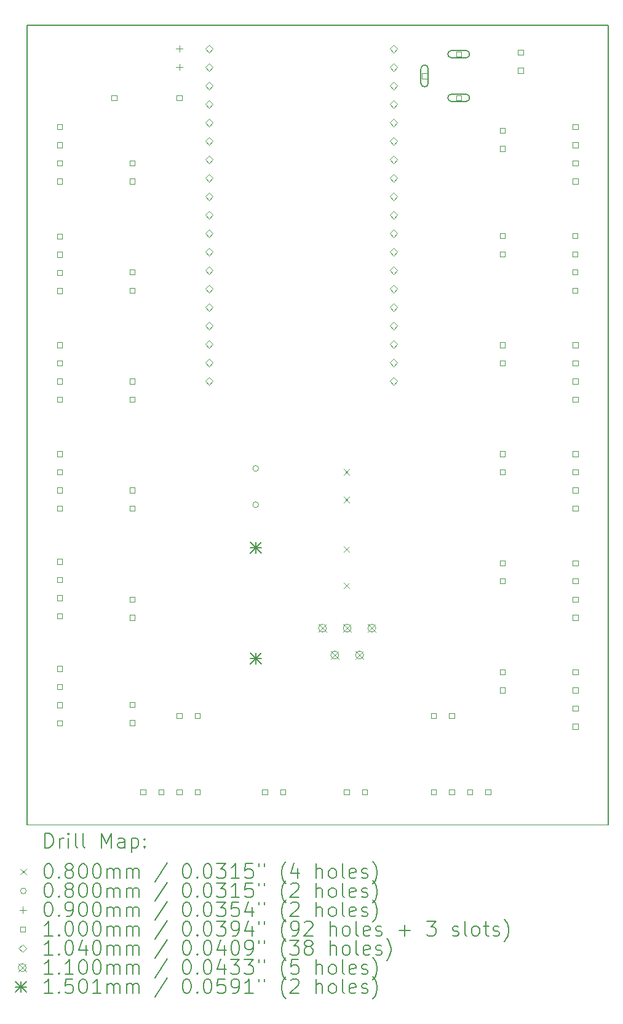
<source format=gbr>
%TF.GenerationSoftware,KiCad,Pcbnew,(6.0.7)*%
%TF.CreationDate,2023-05-03T18:50:36+01:00*%
%TF.ProjectId,beehive,62656568-6976-4652-9e6b-696361645f70,rev?*%
%TF.SameCoordinates,Original*%
%TF.FileFunction,Drillmap*%
%TF.FilePolarity,Positive*%
%FSLAX45Y45*%
G04 Gerber Fmt 4.5, Leading zero omitted, Abs format (unit mm)*
G04 Created by KiCad (PCBNEW (6.0.7)) date 2023-05-03 18:50:36*
%MOMM*%
%LPD*%
G01*
G04 APERTURE LIST*
%ADD10C,0.100000*%
%ADD11C,0.150000*%
%ADD12C,0.200000*%
%ADD13C,0.080000*%
%ADD14C,0.080010*%
%ADD15C,0.090000*%
%ADD16C,0.104000*%
%ADD17C,0.110000*%
%ADD18C,0.150114*%
G04 APERTURE END LIST*
D10*
X12700000Y-14050000D02*
X4700000Y-14050000D01*
D11*
X4700000Y-3050000D02*
X4700000Y-14050000D01*
X4700000Y-3050000D02*
X12700000Y-3050000D01*
X12700000Y-3050000D02*
X12700000Y-14050000D01*
D12*
D13*
X9060000Y-9160000D02*
X9140000Y-9240000D01*
X9140000Y-9160000D02*
X9060000Y-9240000D01*
X9060000Y-9540000D02*
X9140000Y-9620000D01*
X9140000Y-9540000D02*
X9060000Y-9620000D01*
X9060000Y-10222122D02*
X9140000Y-10302122D01*
X9140000Y-10222122D02*
X9060000Y-10302122D01*
X9060000Y-10722122D02*
X9140000Y-10802122D01*
X9140000Y-10722122D02*
X9060000Y-10802122D01*
D14*
X7890005Y-9150000D02*
G75*
G03*
X7890005Y-9150000I-40005J0D01*
G01*
X7890005Y-9650000D02*
G75*
G03*
X7890005Y-9650000I-40005J0D01*
G01*
D15*
X6800000Y-3328500D02*
X6800000Y-3418500D01*
X6755000Y-3373500D02*
X6845000Y-3373500D01*
X6800000Y-3582500D02*
X6800000Y-3672500D01*
X6755000Y-3627500D02*
X6845000Y-3627500D01*
D10*
X5185356Y-4485356D02*
X5185356Y-4414644D01*
X5114644Y-4414644D01*
X5114644Y-4485356D01*
X5185356Y-4485356D01*
X5185356Y-4735356D02*
X5185356Y-4664644D01*
X5114644Y-4664644D01*
X5114644Y-4735356D01*
X5185356Y-4735356D01*
X5185356Y-4985356D02*
X5185356Y-4914644D01*
X5114644Y-4914644D01*
X5114644Y-4985356D01*
X5185356Y-4985356D01*
X5185356Y-5235356D02*
X5185356Y-5164644D01*
X5114644Y-5164644D01*
X5114644Y-5235356D01*
X5185356Y-5235356D01*
X5185356Y-5990356D02*
X5185356Y-5919644D01*
X5114644Y-5919644D01*
X5114644Y-5990356D01*
X5185356Y-5990356D01*
X5185356Y-6240356D02*
X5185356Y-6169644D01*
X5114644Y-6169644D01*
X5114644Y-6240356D01*
X5185356Y-6240356D01*
X5185356Y-6490356D02*
X5185356Y-6419644D01*
X5114644Y-6419644D01*
X5114644Y-6490356D01*
X5185356Y-6490356D01*
X5185356Y-6740356D02*
X5185356Y-6669644D01*
X5114644Y-6669644D01*
X5114644Y-6740356D01*
X5185356Y-6740356D01*
X5185356Y-7485356D02*
X5185356Y-7414644D01*
X5114644Y-7414644D01*
X5114644Y-7485356D01*
X5185356Y-7485356D01*
X5185356Y-7735356D02*
X5185356Y-7664644D01*
X5114644Y-7664644D01*
X5114644Y-7735356D01*
X5185356Y-7735356D01*
X5185356Y-7985356D02*
X5185356Y-7914644D01*
X5114644Y-7914644D01*
X5114644Y-7985356D01*
X5185356Y-7985356D01*
X5185356Y-8235356D02*
X5185356Y-8164644D01*
X5114644Y-8164644D01*
X5114644Y-8235356D01*
X5185356Y-8235356D01*
X5185356Y-8985356D02*
X5185356Y-8914644D01*
X5114644Y-8914644D01*
X5114644Y-8985356D01*
X5185356Y-8985356D01*
X5185356Y-9235356D02*
X5185356Y-9164644D01*
X5114644Y-9164644D01*
X5114644Y-9235356D01*
X5185356Y-9235356D01*
X5185356Y-9485356D02*
X5185356Y-9414644D01*
X5114644Y-9414644D01*
X5114644Y-9485356D01*
X5185356Y-9485356D01*
X5185356Y-9735356D02*
X5185356Y-9664644D01*
X5114644Y-9664644D01*
X5114644Y-9735356D01*
X5185356Y-9735356D01*
X5185356Y-10465356D02*
X5185356Y-10394644D01*
X5114644Y-10394644D01*
X5114644Y-10465356D01*
X5185356Y-10465356D01*
X5185356Y-10715356D02*
X5185356Y-10644644D01*
X5114644Y-10644644D01*
X5114644Y-10715356D01*
X5185356Y-10715356D01*
X5185356Y-10965356D02*
X5185356Y-10894644D01*
X5114644Y-10894644D01*
X5114644Y-10965356D01*
X5185356Y-10965356D01*
X5185356Y-11215356D02*
X5185356Y-11144644D01*
X5114644Y-11144644D01*
X5114644Y-11215356D01*
X5185356Y-11215356D01*
X5187856Y-11940356D02*
X5187856Y-11869644D01*
X5117144Y-11869644D01*
X5117144Y-11940356D01*
X5187856Y-11940356D01*
X5187856Y-12190356D02*
X5187856Y-12119644D01*
X5117144Y-12119644D01*
X5117144Y-12190356D01*
X5187856Y-12190356D01*
X5187856Y-12440356D02*
X5187856Y-12369644D01*
X5117144Y-12369644D01*
X5117144Y-12440356D01*
X5187856Y-12440356D01*
X5187856Y-12690356D02*
X5187856Y-12619644D01*
X5117144Y-12619644D01*
X5117144Y-12690356D01*
X5187856Y-12690356D01*
X5935356Y-4085356D02*
X5935356Y-4014644D01*
X5864644Y-4014644D01*
X5864644Y-4085356D01*
X5935356Y-4085356D01*
X6185356Y-4985356D02*
X6185356Y-4914644D01*
X6114644Y-4914644D01*
X6114644Y-4985356D01*
X6185356Y-4985356D01*
X6185356Y-5235356D02*
X6185356Y-5164644D01*
X6114644Y-5164644D01*
X6114644Y-5235356D01*
X6185356Y-5235356D01*
X6185356Y-6485356D02*
X6185356Y-6414644D01*
X6114644Y-6414644D01*
X6114644Y-6485356D01*
X6185356Y-6485356D01*
X6185356Y-6735356D02*
X6185356Y-6664644D01*
X6114644Y-6664644D01*
X6114644Y-6735356D01*
X6185356Y-6735356D01*
X6185356Y-7985356D02*
X6185356Y-7914644D01*
X6114644Y-7914644D01*
X6114644Y-7985356D01*
X6185356Y-7985356D01*
X6185356Y-8235356D02*
X6185356Y-8164644D01*
X6114644Y-8164644D01*
X6114644Y-8235356D01*
X6185356Y-8235356D01*
X6185356Y-9485356D02*
X6185356Y-9414644D01*
X6114644Y-9414644D01*
X6114644Y-9485356D01*
X6185356Y-9485356D01*
X6185356Y-9735356D02*
X6185356Y-9664644D01*
X6114644Y-9664644D01*
X6114644Y-9735356D01*
X6185356Y-9735356D01*
X6185356Y-10985356D02*
X6185356Y-10914644D01*
X6114644Y-10914644D01*
X6114644Y-10985356D01*
X6185356Y-10985356D01*
X6185356Y-11235356D02*
X6185356Y-11164644D01*
X6114644Y-11164644D01*
X6114644Y-11235356D01*
X6185356Y-11235356D01*
X6185356Y-12435356D02*
X6185356Y-12364644D01*
X6114644Y-12364644D01*
X6114644Y-12435356D01*
X6185356Y-12435356D01*
X6185356Y-12685356D02*
X6185356Y-12614644D01*
X6114644Y-12614644D01*
X6114644Y-12685356D01*
X6185356Y-12685356D01*
X6335356Y-13635356D02*
X6335356Y-13564644D01*
X6264644Y-13564644D01*
X6264644Y-13635356D01*
X6335356Y-13635356D01*
X6585356Y-13635356D02*
X6585356Y-13564644D01*
X6514644Y-13564644D01*
X6514644Y-13635356D01*
X6585356Y-13635356D01*
X6835356Y-4085356D02*
X6835356Y-4014644D01*
X6764644Y-4014644D01*
X6764644Y-4085356D01*
X6835356Y-4085356D01*
X6835356Y-12585356D02*
X6835356Y-12514644D01*
X6764644Y-12514644D01*
X6764644Y-12585356D01*
X6835356Y-12585356D01*
X6835356Y-13635356D02*
X6835356Y-13564644D01*
X6764644Y-13564644D01*
X6764644Y-13635356D01*
X6835356Y-13635356D01*
X7085356Y-12585356D02*
X7085356Y-12514644D01*
X7014644Y-12514644D01*
X7014644Y-12585356D01*
X7085356Y-12585356D01*
X7085356Y-13635356D02*
X7085356Y-13564644D01*
X7014644Y-13564644D01*
X7014644Y-13635356D01*
X7085356Y-13635356D01*
X8010356Y-13635356D02*
X8010356Y-13564644D01*
X7939644Y-13564644D01*
X7939644Y-13635356D01*
X8010356Y-13635356D01*
X8260356Y-13635356D02*
X8260356Y-13564644D01*
X8189644Y-13564644D01*
X8189644Y-13635356D01*
X8260356Y-13635356D01*
X9135356Y-13635356D02*
X9135356Y-13564644D01*
X9064644Y-13564644D01*
X9064644Y-13635356D01*
X9135356Y-13635356D01*
X9385356Y-13635356D02*
X9385356Y-13564644D01*
X9314644Y-13564644D01*
X9314644Y-13635356D01*
X9385356Y-13635356D01*
X10211106Y-3785356D02*
X10211106Y-3714644D01*
X10140394Y-3714644D01*
X10140394Y-3785356D01*
X10211106Y-3785356D01*
D12*
X10125750Y-3650000D02*
X10125750Y-3850000D01*
X10225750Y-3650000D02*
X10225750Y-3850000D01*
X10125750Y-3850000D02*
G75*
G03*
X10225750Y-3850000I50000J0D01*
G01*
X10225750Y-3650000D02*
G75*
G03*
X10125750Y-3650000I-50000J0D01*
G01*
D10*
X10335356Y-12585356D02*
X10335356Y-12514644D01*
X10264644Y-12514644D01*
X10264644Y-12585356D01*
X10335356Y-12585356D01*
X10335356Y-13635356D02*
X10335356Y-13564644D01*
X10264644Y-13564644D01*
X10264644Y-13635356D01*
X10335356Y-13635356D01*
X10585356Y-12585356D02*
X10585356Y-12514644D01*
X10514644Y-12514644D01*
X10514644Y-12585356D01*
X10585356Y-12585356D01*
X10585356Y-13635356D02*
X10585356Y-13564644D01*
X10514644Y-13564644D01*
X10514644Y-13635356D01*
X10585356Y-13635356D01*
X10681106Y-3485356D02*
X10681106Y-3414644D01*
X10610394Y-3414644D01*
X10610394Y-3485356D01*
X10681106Y-3485356D01*
D12*
X10745750Y-3400000D02*
X10545750Y-3400000D01*
X10745750Y-3500000D02*
X10545750Y-3500000D01*
X10545750Y-3400000D02*
G75*
G03*
X10545750Y-3500000I0J-50000D01*
G01*
X10745750Y-3500000D02*
G75*
G03*
X10745750Y-3400000I0J50000D01*
G01*
D10*
X10681106Y-4085356D02*
X10681106Y-4014644D01*
X10610394Y-4014644D01*
X10610394Y-4085356D01*
X10681106Y-4085356D01*
D12*
X10745750Y-4000000D02*
X10545750Y-4000000D01*
X10745750Y-4100000D02*
X10545750Y-4100000D01*
X10545750Y-4000000D02*
G75*
G03*
X10545750Y-4100000I0J-50000D01*
G01*
X10745750Y-4100000D02*
G75*
G03*
X10745750Y-4000000I0J50000D01*
G01*
D10*
X10835356Y-13635356D02*
X10835356Y-13564644D01*
X10764644Y-13564644D01*
X10764644Y-13635356D01*
X10835356Y-13635356D01*
X11085356Y-13635356D02*
X11085356Y-13564644D01*
X11014644Y-13564644D01*
X11014644Y-13635356D01*
X11085356Y-13635356D01*
X11282856Y-5985356D02*
X11282856Y-5914644D01*
X11212144Y-5914644D01*
X11212144Y-5985356D01*
X11282856Y-5985356D01*
X11282856Y-6235356D02*
X11282856Y-6164644D01*
X11212144Y-6164644D01*
X11212144Y-6235356D01*
X11282856Y-6235356D01*
X11282856Y-8985356D02*
X11282856Y-8914644D01*
X11212144Y-8914644D01*
X11212144Y-8985356D01*
X11282856Y-8985356D01*
X11282856Y-9235356D02*
X11282856Y-9164644D01*
X11212144Y-9164644D01*
X11212144Y-9235356D01*
X11282856Y-9235356D01*
X11285356Y-4535356D02*
X11285356Y-4464644D01*
X11214644Y-4464644D01*
X11214644Y-4535356D01*
X11285356Y-4535356D01*
X11285356Y-4785356D02*
X11285356Y-4714644D01*
X11214644Y-4714644D01*
X11214644Y-4785356D01*
X11285356Y-4785356D01*
X11285356Y-7485356D02*
X11285356Y-7414644D01*
X11214644Y-7414644D01*
X11214644Y-7485356D01*
X11285356Y-7485356D01*
X11285356Y-7735356D02*
X11285356Y-7664644D01*
X11214644Y-7664644D01*
X11214644Y-7735356D01*
X11285356Y-7735356D01*
X11285356Y-10485356D02*
X11285356Y-10414644D01*
X11214644Y-10414644D01*
X11214644Y-10485356D01*
X11285356Y-10485356D01*
X11285356Y-10735356D02*
X11285356Y-10664644D01*
X11214644Y-10664644D01*
X11214644Y-10735356D01*
X11285356Y-10735356D01*
X11285356Y-11985356D02*
X11285356Y-11914644D01*
X11214644Y-11914644D01*
X11214644Y-11985356D01*
X11285356Y-11985356D01*
X11285356Y-12235356D02*
X11285356Y-12164644D01*
X11214644Y-12164644D01*
X11214644Y-12235356D01*
X11285356Y-12235356D01*
X11532856Y-3460356D02*
X11532856Y-3389644D01*
X11462144Y-3389644D01*
X11462144Y-3460356D01*
X11532856Y-3460356D01*
X11532856Y-3710356D02*
X11532856Y-3639644D01*
X11462144Y-3639644D01*
X11462144Y-3710356D01*
X11532856Y-3710356D01*
X12282856Y-5985356D02*
X12282856Y-5914644D01*
X12212144Y-5914644D01*
X12212144Y-5985356D01*
X12282856Y-5985356D01*
X12282856Y-6235356D02*
X12282856Y-6164644D01*
X12212144Y-6164644D01*
X12212144Y-6235356D01*
X12282856Y-6235356D01*
X12282856Y-6485356D02*
X12282856Y-6414644D01*
X12212144Y-6414644D01*
X12212144Y-6485356D01*
X12282856Y-6485356D01*
X12282856Y-6735356D02*
X12282856Y-6664644D01*
X12212144Y-6664644D01*
X12212144Y-6735356D01*
X12282856Y-6735356D01*
X12285356Y-4485356D02*
X12285356Y-4414644D01*
X12214644Y-4414644D01*
X12214644Y-4485356D01*
X12285356Y-4485356D01*
X12285356Y-4735356D02*
X12285356Y-4664644D01*
X12214644Y-4664644D01*
X12214644Y-4735356D01*
X12285356Y-4735356D01*
X12285356Y-4985356D02*
X12285356Y-4914644D01*
X12214644Y-4914644D01*
X12214644Y-4985356D01*
X12285356Y-4985356D01*
X12285356Y-5235356D02*
X12285356Y-5164644D01*
X12214644Y-5164644D01*
X12214644Y-5235356D01*
X12285356Y-5235356D01*
X12285356Y-7485356D02*
X12285356Y-7414644D01*
X12214644Y-7414644D01*
X12214644Y-7485356D01*
X12285356Y-7485356D01*
X12285356Y-7735356D02*
X12285356Y-7664644D01*
X12214644Y-7664644D01*
X12214644Y-7735356D01*
X12285356Y-7735356D01*
X12285356Y-7985356D02*
X12285356Y-7914644D01*
X12214644Y-7914644D01*
X12214644Y-7985356D01*
X12285356Y-7985356D01*
X12285356Y-8235356D02*
X12285356Y-8164644D01*
X12214644Y-8164644D01*
X12214644Y-8235356D01*
X12285356Y-8235356D01*
X12285356Y-8985356D02*
X12285356Y-8914644D01*
X12214644Y-8914644D01*
X12214644Y-8985356D01*
X12285356Y-8985356D01*
X12285356Y-9235356D02*
X12285356Y-9164644D01*
X12214644Y-9164644D01*
X12214644Y-9235356D01*
X12285356Y-9235356D01*
X12285356Y-9485356D02*
X12285356Y-9414644D01*
X12214644Y-9414644D01*
X12214644Y-9485356D01*
X12285356Y-9485356D01*
X12285356Y-9735356D02*
X12285356Y-9664644D01*
X12214644Y-9664644D01*
X12214644Y-9735356D01*
X12285356Y-9735356D01*
X12285356Y-10485356D02*
X12285356Y-10414644D01*
X12214644Y-10414644D01*
X12214644Y-10485356D01*
X12285356Y-10485356D01*
X12285356Y-10735356D02*
X12285356Y-10664644D01*
X12214644Y-10664644D01*
X12214644Y-10735356D01*
X12285356Y-10735356D01*
X12285356Y-10985356D02*
X12285356Y-10914644D01*
X12214644Y-10914644D01*
X12214644Y-10985356D01*
X12285356Y-10985356D01*
X12285356Y-11235356D02*
X12285356Y-11164644D01*
X12214644Y-11164644D01*
X12214644Y-11235356D01*
X12285356Y-11235356D01*
X12285356Y-11985356D02*
X12285356Y-11914644D01*
X12214644Y-11914644D01*
X12214644Y-11985356D01*
X12285356Y-11985356D01*
X12285356Y-12235356D02*
X12285356Y-12164644D01*
X12214644Y-12164644D01*
X12214644Y-12235356D01*
X12285356Y-12235356D01*
X12285356Y-12485356D02*
X12285356Y-12414644D01*
X12214644Y-12414644D01*
X12214644Y-12485356D01*
X12285356Y-12485356D01*
X12285356Y-12735356D02*
X12285356Y-12664644D01*
X12214644Y-12664644D01*
X12214644Y-12735356D01*
X12285356Y-12735356D01*
D16*
X7210000Y-3430000D02*
X7262000Y-3378000D01*
X7210000Y-3326000D01*
X7158000Y-3378000D01*
X7210000Y-3430000D01*
X7210000Y-3684000D02*
X7262000Y-3632000D01*
X7210000Y-3580000D01*
X7158000Y-3632000D01*
X7210000Y-3684000D01*
X7210000Y-3938000D02*
X7262000Y-3886000D01*
X7210000Y-3834000D01*
X7158000Y-3886000D01*
X7210000Y-3938000D01*
X7210000Y-4192000D02*
X7262000Y-4140000D01*
X7210000Y-4088000D01*
X7158000Y-4140000D01*
X7210000Y-4192000D01*
X7210000Y-4446000D02*
X7262000Y-4394000D01*
X7210000Y-4342000D01*
X7158000Y-4394000D01*
X7210000Y-4446000D01*
X7210000Y-4700000D02*
X7262000Y-4648000D01*
X7210000Y-4596000D01*
X7158000Y-4648000D01*
X7210000Y-4700000D01*
X7210000Y-4954000D02*
X7262000Y-4902000D01*
X7210000Y-4850000D01*
X7158000Y-4902000D01*
X7210000Y-4954000D01*
X7210000Y-5208000D02*
X7262000Y-5156000D01*
X7210000Y-5104000D01*
X7158000Y-5156000D01*
X7210000Y-5208000D01*
X7210000Y-5462000D02*
X7262000Y-5410000D01*
X7210000Y-5358000D01*
X7158000Y-5410000D01*
X7210000Y-5462000D01*
X7210000Y-5716000D02*
X7262000Y-5664000D01*
X7210000Y-5612000D01*
X7158000Y-5664000D01*
X7210000Y-5716000D01*
X7210000Y-5970000D02*
X7262000Y-5918000D01*
X7210000Y-5866000D01*
X7158000Y-5918000D01*
X7210000Y-5970000D01*
X7210000Y-6224000D02*
X7262000Y-6172000D01*
X7210000Y-6120000D01*
X7158000Y-6172000D01*
X7210000Y-6224000D01*
X7210000Y-6478000D02*
X7262000Y-6426000D01*
X7210000Y-6374000D01*
X7158000Y-6426000D01*
X7210000Y-6478000D01*
X7210000Y-6732000D02*
X7262000Y-6680000D01*
X7210000Y-6628000D01*
X7158000Y-6680000D01*
X7210000Y-6732000D01*
X7210000Y-6986000D02*
X7262000Y-6934000D01*
X7210000Y-6882000D01*
X7158000Y-6934000D01*
X7210000Y-6986000D01*
X7210000Y-7240000D02*
X7262000Y-7188000D01*
X7210000Y-7136000D01*
X7158000Y-7188000D01*
X7210000Y-7240000D01*
X7210000Y-7494000D02*
X7262000Y-7442000D01*
X7210000Y-7390000D01*
X7158000Y-7442000D01*
X7210000Y-7494000D01*
X7210000Y-7748000D02*
X7262000Y-7696000D01*
X7210000Y-7644000D01*
X7158000Y-7696000D01*
X7210000Y-7748000D01*
X7210000Y-8002000D02*
X7262000Y-7950000D01*
X7210000Y-7898000D01*
X7158000Y-7950000D01*
X7210000Y-8002000D01*
X9750000Y-3430000D02*
X9802000Y-3378000D01*
X9750000Y-3326000D01*
X9698000Y-3378000D01*
X9750000Y-3430000D01*
X9750000Y-3684000D02*
X9802000Y-3632000D01*
X9750000Y-3580000D01*
X9698000Y-3632000D01*
X9750000Y-3684000D01*
X9750000Y-3938000D02*
X9802000Y-3886000D01*
X9750000Y-3834000D01*
X9698000Y-3886000D01*
X9750000Y-3938000D01*
X9750000Y-4192000D02*
X9802000Y-4140000D01*
X9750000Y-4088000D01*
X9698000Y-4140000D01*
X9750000Y-4192000D01*
X9750000Y-4446000D02*
X9802000Y-4394000D01*
X9750000Y-4342000D01*
X9698000Y-4394000D01*
X9750000Y-4446000D01*
X9750000Y-4700000D02*
X9802000Y-4648000D01*
X9750000Y-4596000D01*
X9698000Y-4648000D01*
X9750000Y-4700000D01*
X9750000Y-4954000D02*
X9802000Y-4902000D01*
X9750000Y-4850000D01*
X9698000Y-4902000D01*
X9750000Y-4954000D01*
X9750000Y-5208000D02*
X9802000Y-5156000D01*
X9750000Y-5104000D01*
X9698000Y-5156000D01*
X9750000Y-5208000D01*
X9750000Y-5462000D02*
X9802000Y-5410000D01*
X9750000Y-5358000D01*
X9698000Y-5410000D01*
X9750000Y-5462000D01*
X9750000Y-5716000D02*
X9802000Y-5664000D01*
X9750000Y-5612000D01*
X9698000Y-5664000D01*
X9750000Y-5716000D01*
X9750000Y-5970000D02*
X9802000Y-5918000D01*
X9750000Y-5866000D01*
X9698000Y-5918000D01*
X9750000Y-5970000D01*
X9750000Y-6224000D02*
X9802000Y-6172000D01*
X9750000Y-6120000D01*
X9698000Y-6172000D01*
X9750000Y-6224000D01*
X9750000Y-6478000D02*
X9802000Y-6426000D01*
X9750000Y-6374000D01*
X9698000Y-6426000D01*
X9750000Y-6478000D01*
X9750000Y-6732000D02*
X9802000Y-6680000D01*
X9750000Y-6628000D01*
X9698000Y-6680000D01*
X9750000Y-6732000D01*
X9750000Y-6986000D02*
X9802000Y-6934000D01*
X9750000Y-6882000D01*
X9698000Y-6934000D01*
X9750000Y-6986000D01*
X9750000Y-7240000D02*
X9802000Y-7188000D01*
X9750000Y-7136000D01*
X9698000Y-7188000D01*
X9750000Y-7240000D01*
X9750000Y-7494000D02*
X9802000Y-7442000D01*
X9750000Y-7390000D01*
X9698000Y-7442000D01*
X9750000Y-7494000D01*
X9750000Y-7748000D02*
X9802000Y-7696000D01*
X9750000Y-7644000D01*
X9698000Y-7696000D01*
X9750000Y-7748000D01*
X9750000Y-8002000D02*
X9802000Y-7950000D01*
X9750000Y-7898000D01*
X9698000Y-7950000D01*
X9750000Y-8002000D01*
D17*
X8715000Y-11292122D02*
X8825000Y-11402122D01*
X8825000Y-11292122D02*
X8715000Y-11402122D01*
X8825000Y-11347122D02*
G75*
G03*
X8825000Y-11347122I-55000J0D01*
G01*
X8885000Y-11662122D02*
X8995000Y-11772122D01*
X8995000Y-11662122D02*
X8885000Y-11772122D01*
X8995000Y-11717122D02*
G75*
G03*
X8995000Y-11717122I-55000J0D01*
G01*
X9055000Y-11292122D02*
X9165000Y-11402122D01*
X9165000Y-11292122D02*
X9055000Y-11402122D01*
X9165000Y-11347122D02*
G75*
G03*
X9165000Y-11347122I-55000J0D01*
G01*
X9225000Y-11662122D02*
X9335000Y-11772122D01*
X9335000Y-11662122D02*
X9225000Y-11772122D01*
X9335000Y-11717122D02*
G75*
G03*
X9335000Y-11717122I-55000J0D01*
G01*
X9395000Y-11292122D02*
X9505000Y-11402122D01*
X9505000Y-11292122D02*
X9395000Y-11402122D01*
X9505000Y-11347122D02*
G75*
G03*
X9505000Y-11347122I-55000J0D01*
G01*
D18*
X7774943Y-10162943D02*
X7925057Y-10313057D01*
X7925057Y-10162943D02*
X7774943Y-10313057D01*
X7850000Y-10162943D02*
X7850000Y-10313057D01*
X7774943Y-10238000D02*
X7925057Y-10238000D01*
X7774943Y-11686943D02*
X7925057Y-11837057D01*
X7925057Y-11686943D02*
X7774943Y-11837057D01*
X7850000Y-11686943D02*
X7850000Y-11837057D01*
X7774943Y-11762000D02*
X7925057Y-11762000D01*
D12*
X4950119Y-14367976D02*
X4950119Y-14167976D01*
X4997738Y-14167976D01*
X5026310Y-14177500D01*
X5045357Y-14196548D01*
X5054881Y-14215595D01*
X5064405Y-14253690D01*
X5064405Y-14282262D01*
X5054881Y-14320357D01*
X5045357Y-14339405D01*
X5026310Y-14358452D01*
X4997738Y-14367976D01*
X4950119Y-14367976D01*
X5150119Y-14367976D02*
X5150119Y-14234643D01*
X5150119Y-14272738D02*
X5159643Y-14253690D01*
X5169167Y-14244167D01*
X5188214Y-14234643D01*
X5207262Y-14234643D01*
X5273929Y-14367976D02*
X5273929Y-14234643D01*
X5273929Y-14167976D02*
X5264405Y-14177500D01*
X5273929Y-14187024D01*
X5283452Y-14177500D01*
X5273929Y-14167976D01*
X5273929Y-14187024D01*
X5397738Y-14367976D02*
X5378690Y-14358452D01*
X5369167Y-14339405D01*
X5369167Y-14167976D01*
X5502500Y-14367976D02*
X5483452Y-14358452D01*
X5473929Y-14339405D01*
X5473929Y-14167976D01*
X5731071Y-14367976D02*
X5731071Y-14167976D01*
X5797738Y-14310833D01*
X5864405Y-14167976D01*
X5864405Y-14367976D01*
X6045357Y-14367976D02*
X6045357Y-14263214D01*
X6035833Y-14244167D01*
X6016786Y-14234643D01*
X5978690Y-14234643D01*
X5959643Y-14244167D01*
X6045357Y-14358452D02*
X6026309Y-14367976D01*
X5978690Y-14367976D01*
X5959643Y-14358452D01*
X5950119Y-14339405D01*
X5950119Y-14320357D01*
X5959643Y-14301309D01*
X5978690Y-14291786D01*
X6026309Y-14291786D01*
X6045357Y-14282262D01*
X6140595Y-14234643D02*
X6140595Y-14434643D01*
X6140595Y-14244167D02*
X6159643Y-14234643D01*
X6197738Y-14234643D01*
X6216786Y-14244167D01*
X6226309Y-14253690D01*
X6235833Y-14272738D01*
X6235833Y-14329881D01*
X6226309Y-14348928D01*
X6216786Y-14358452D01*
X6197738Y-14367976D01*
X6159643Y-14367976D01*
X6140595Y-14358452D01*
X6321548Y-14348928D02*
X6331071Y-14358452D01*
X6321548Y-14367976D01*
X6312024Y-14358452D01*
X6321548Y-14348928D01*
X6321548Y-14367976D01*
X6321548Y-14244167D02*
X6331071Y-14253690D01*
X6321548Y-14263214D01*
X6312024Y-14253690D01*
X6321548Y-14244167D01*
X6321548Y-14263214D01*
D13*
X4612500Y-14657500D02*
X4692500Y-14737500D01*
X4692500Y-14657500D02*
X4612500Y-14737500D01*
D12*
X4988214Y-14587976D02*
X5007262Y-14587976D01*
X5026310Y-14597500D01*
X5035833Y-14607024D01*
X5045357Y-14626071D01*
X5054881Y-14664167D01*
X5054881Y-14711786D01*
X5045357Y-14749881D01*
X5035833Y-14768928D01*
X5026310Y-14778452D01*
X5007262Y-14787976D01*
X4988214Y-14787976D01*
X4969167Y-14778452D01*
X4959643Y-14768928D01*
X4950119Y-14749881D01*
X4940595Y-14711786D01*
X4940595Y-14664167D01*
X4950119Y-14626071D01*
X4959643Y-14607024D01*
X4969167Y-14597500D01*
X4988214Y-14587976D01*
X5140595Y-14768928D02*
X5150119Y-14778452D01*
X5140595Y-14787976D01*
X5131071Y-14778452D01*
X5140595Y-14768928D01*
X5140595Y-14787976D01*
X5264405Y-14673690D02*
X5245357Y-14664167D01*
X5235833Y-14654643D01*
X5226310Y-14635595D01*
X5226310Y-14626071D01*
X5235833Y-14607024D01*
X5245357Y-14597500D01*
X5264405Y-14587976D01*
X5302500Y-14587976D01*
X5321548Y-14597500D01*
X5331071Y-14607024D01*
X5340595Y-14626071D01*
X5340595Y-14635595D01*
X5331071Y-14654643D01*
X5321548Y-14664167D01*
X5302500Y-14673690D01*
X5264405Y-14673690D01*
X5245357Y-14683214D01*
X5235833Y-14692738D01*
X5226310Y-14711786D01*
X5226310Y-14749881D01*
X5235833Y-14768928D01*
X5245357Y-14778452D01*
X5264405Y-14787976D01*
X5302500Y-14787976D01*
X5321548Y-14778452D01*
X5331071Y-14768928D01*
X5340595Y-14749881D01*
X5340595Y-14711786D01*
X5331071Y-14692738D01*
X5321548Y-14683214D01*
X5302500Y-14673690D01*
X5464405Y-14587976D02*
X5483452Y-14587976D01*
X5502500Y-14597500D01*
X5512024Y-14607024D01*
X5521548Y-14626071D01*
X5531071Y-14664167D01*
X5531071Y-14711786D01*
X5521548Y-14749881D01*
X5512024Y-14768928D01*
X5502500Y-14778452D01*
X5483452Y-14787976D01*
X5464405Y-14787976D01*
X5445357Y-14778452D01*
X5435833Y-14768928D01*
X5426310Y-14749881D01*
X5416786Y-14711786D01*
X5416786Y-14664167D01*
X5426310Y-14626071D01*
X5435833Y-14607024D01*
X5445357Y-14597500D01*
X5464405Y-14587976D01*
X5654881Y-14587976D02*
X5673928Y-14587976D01*
X5692976Y-14597500D01*
X5702500Y-14607024D01*
X5712024Y-14626071D01*
X5721548Y-14664167D01*
X5721548Y-14711786D01*
X5712024Y-14749881D01*
X5702500Y-14768928D01*
X5692976Y-14778452D01*
X5673928Y-14787976D01*
X5654881Y-14787976D01*
X5635833Y-14778452D01*
X5626309Y-14768928D01*
X5616786Y-14749881D01*
X5607262Y-14711786D01*
X5607262Y-14664167D01*
X5616786Y-14626071D01*
X5626309Y-14607024D01*
X5635833Y-14597500D01*
X5654881Y-14587976D01*
X5807262Y-14787976D02*
X5807262Y-14654643D01*
X5807262Y-14673690D02*
X5816786Y-14664167D01*
X5835833Y-14654643D01*
X5864405Y-14654643D01*
X5883452Y-14664167D01*
X5892976Y-14683214D01*
X5892976Y-14787976D01*
X5892976Y-14683214D02*
X5902500Y-14664167D01*
X5921548Y-14654643D01*
X5950119Y-14654643D01*
X5969167Y-14664167D01*
X5978690Y-14683214D01*
X5978690Y-14787976D01*
X6073928Y-14787976D02*
X6073928Y-14654643D01*
X6073928Y-14673690D02*
X6083452Y-14664167D01*
X6102500Y-14654643D01*
X6131071Y-14654643D01*
X6150119Y-14664167D01*
X6159643Y-14683214D01*
X6159643Y-14787976D01*
X6159643Y-14683214D02*
X6169167Y-14664167D01*
X6188214Y-14654643D01*
X6216786Y-14654643D01*
X6235833Y-14664167D01*
X6245357Y-14683214D01*
X6245357Y-14787976D01*
X6635833Y-14578452D02*
X6464405Y-14835595D01*
X6892976Y-14587976D02*
X6912024Y-14587976D01*
X6931071Y-14597500D01*
X6940595Y-14607024D01*
X6950119Y-14626071D01*
X6959643Y-14664167D01*
X6959643Y-14711786D01*
X6950119Y-14749881D01*
X6940595Y-14768928D01*
X6931071Y-14778452D01*
X6912024Y-14787976D01*
X6892976Y-14787976D01*
X6873928Y-14778452D01*
X6864405Y-14768928D01*
X6854881Y-14749881D01*
X6845357Y-14711786D01*
X6845357Y-14664167D01*
X6854881Y-14626071D01*
X6864405Y-14607024D01*
X6873928Y-14597500D01*
X6892976Y-14587976D01*
X7045357Y-14768928D02*
X7054881Y-14778452D01*
X7045357Y-14787976D01*
X7035833Y-14778452D01*
X7045357Y-14768928D01*
X7045357Y-14787976D01*
X7178690Y-14587976D02*
X7197738Y-14587976D01*
X7216786Y-14597500D01*
X7226309Y-14607024D01*
X7235833Y-14626071D01*
X7245357Y-14664167D01*
X7245357Y-14711786D01*
X7235833Y-14749881D01*
X7226309Y-14768928D01*
X7216786Y-14778452D01*
X7197738Y-14787976D01*
X7178690Y-14787976D01*
X7159643Y-14778452D01*
X7150119Y-14768928D01*
X7140595Y-14749881D01*
X7131071Y-14711786D01*
X7131071Y-14664167D01*
X7140595Y-14626071D01*
X7150119Y-14607024D01*
X7159643Y-14597500D01*
X7178690Y-14587976D01*
X7312024Y-14587976D02*
X7435833Y-14587976D01*
X7369167Y-14664167D01*
X7397738Y-14664167D01*
X7416786Y-14673690D01*
X7426309Y-14683214D01*
X7435833Y-14702262D01*
X7435833Y-14749881D01*
X7426309Y-14768928D01*
X7416786Y-14778452D01*
X7397738Y-14787976D01*
X7340595Y-14787976D01*
X7321548Y-14778452D01*
X7312024Y-14768928D01*
X7626309Y-14787976D02*
X7512024Y-14787976D01*
X7569167Y-14787976D02*
X7569167Y-14587976D01*
X7550119Y-14616548D01*
X7531071Y-14635595D01*
X7512024Y-14645119D01*
X7807262Y-14587976D02*
X7712024Y-14587976D01*
X7702500Y-14683214D01*
X7712024Y-14673690D01*
X7731071Y-14664167D01*
X7778690Y-14664167D01*
X7797738Y-14673690D01*
X7807262Y-14683214D01*
X7816786Y-14702262D01*
X7816786Y-14749881D01*
X7807262Y-14768928D01*
X7797738Y-14778452D01*
X7778690Y-14787976D01*
X7731071Y-14787976D01*
X7712024Y-14778452D01*
X7702500Y-14768928D01*
X7892976Y-14587976D02*
X7892976Y-14626071D01*
X7969167Y-14587976D02*
X7969167Y-14626071D01*
X8264405Y-14864167D02*
X8254881Y-14854643D01*
X8235833Y-14826071D01*
X8226309Y-14807024D01*
X8216786Y-14778452D01*
X8207262Y-14730833D01*
X8207262Y-14692738D01*
X8216786Y-14645119D01*
X8226309Y-14616548D01*
X8235833Y-14597500D01*
X8254881Y-14568928D01*
X8264405Y-14559405D01*
X8426310Y-14654643D02*
X8426310Y-14787976D01*
X8378690Y-14578452D02*
X8331071Y-14721309D01*
X8454881Y-14721309D01*
X8683452Y-14787976D02*
X8683452Y-14587976D01*
X8769167Y-14787976D02*
X8769167Y-14683214D01*
X8759643Y-14664167D01*
X8740595Y-14654643D01*
X8712024Y-14654643D01*
X8692976Y-14664167D01*
X8683452Y-14673690D01*
X8892976Y-14787976D02*
X8873929Y-14778452D01*
X8864405Y-14768928D01*
X8854881Y-14749881D01*
X8854881Y-14692738D01*
X8864405Y-14673690D01*
X8873929Y-14664167D01*
X8892976Y-14654643D01*
X8921548Y-14654643D01*
X8940595Y-14664167D01*
X8950119Y-14673690D01*
X8959643Y-14692738D01*
X8959643Y-14749881D01*
X8950119Y-14768928D01*
X8940595Y-14778452D01*
X8921548Y-14787976D01*
X8892976Y-14787976D01*
X9073929Y-14787976D02*
X9054881Y-14778452D01*
X9045357Y-14759405D01*
X9045357Y-14587976D01*
X9226310Y-14778452D02*
X9207262Y-14787976D01*
X9169167Y-14787976D01*
X9150119Y-14778452D01*
X9140595Y-14759405D01*
X9140595Y-14683214D01*
X9150119Y-14664167D01*
X9169167Y-14654643D01*
X9207262Y-14654643D01*
X9226310Y-14664167D01*
X9235833Y-14683214D01*
X9235833Y-14702262D01*
X9140595Y-14721309D01*
X9312024Y-14778452D02*
X9331071Y-14787976D01*
X9369167Y-14787976D01*
X9388214Y-14778452D01*
X9397738Y-14759405D01*
X9397738Y-14749881D01*
X9388214Y-14730833D01*
X9369167Y-14721309D01*
X9340595Y-14721309D01*
X9321548Y-14711786D01*
X9312024Y-14692738D01*
X9312024Y-14683214D01*
X9321548Y-14664167D01*
X9340595Y-14654643D01*
X9369167Y-14654643D01*
X9388214Y-14664167D01*
X9464405Y-14864167D02*
X9473929Y-14854643D01*
X9492976Y-14826071D01*
X9502500Y-14807024D01*
X9512024Y-14778452D01*
X9521548Y-14730833D01*
X9521548Y-14692738D01*
X9512024Y-14645119D01*
X9502500Y-14616548D01*
X9492976Y-14597500D01*
X9473929Y-14568928D01*
X9464405Y-14559405D01*
D14*
X4692500Y-14961500D02*
G75*
G03*
X4692500Y-14961500I-40005J0D01*
G01*
D12*
X4988214Y-14851976D02*
X5007262Y-14851976D01*
X5026310Y-14861500D01*
X5035833Y-14871024D01*
X5045357Y-14890071D01*
X5054881Y-14928167D01*
X5054881Y-14975786D01*
X5045357Y-15013881D01*
X5035833Y-15032928D01*
X5026310Y-15042452D01*
X5007262Y-15051976D01*
X4988214Y-15051976D01*
X4969167Y-15042452D01*
X4959643Y-15032928D01*
X4950119Y-15013881D01*
X4940595Y-14975786D01*
X4940595Y-14928167D01*
X4950119Y-14890071D01*
X4959643Y-14871024D01*
X4969167Y-14861500D01*
X4988214Y-14851976D01*
X5140595Y-15032928D02*
X5150119Y-15042452D01*
X5140595Y-15051976D01*
X5131071Y-15042452D01*
X5140595Y-15032928D01*
X5140595Y-15051976D01*
X5264405Y-14937690D02*
X5245357Y-14928167D01*
X5235833Y-14918643D01*
X5226310Y-14899595D01*
X5226310Y-14890071D01*
X5235833Y-14871024D01*
X5245357Y-14861500D01*
X5264405Y-14851976D01*
X5302500Y-14851976D01*
X5321548Y-14861500D01*
X5331071Y-14871024D01*
X5340595Y-14890071D01*
X5340595Y-14899595D01*
X5331071Y-14918643D01*
X5321548Y-14928167D01*
X5302500Y-14937690D01*
X5264405Y-14937690D01*
X5245357Y-14947214D01*
X5235833Y-14956738D01*
X5226310Y-14975786D01*
X5226310Y-15013881D01*
X5235833Y-15032928D01*
X5245357Y-15042452D01*
X5264405Y-15051976D01*
X5302500Y-15051976D01*
X5321548Y-15042452D01*
X5331071Y-15032928D01*
X5340595Y-15013881D01*
X5340595Y-14975786D01*
X5331071Y-14956738D01*
X5321548Y-14947214D01*
X5302500Y-14937690D01*
X5464405Y-14851976D02*
X5483452Y-14851976D01*
X5502500Y-14861500D01*
X5512024Y-14871024D01*
X5521548Y-14890071D01*
X5531071Y-14928167D01*
X5531071Y-14975786D01*
X5521548Y-15013881D01*
X5512024Y-15032928D01*
X5502500Y-15042452D01*
X5483452Y-15051976D01*
X5464405Y-15051976D01*
X5445357Y-15042452D01*
X5435833Y-15032928D01*
X5426310Y-15013881D01*
X5416786Y-14975786D01*
X5416786Y-14928167D01*
X5426310Y-14890071D01*
X5435833Y-14871024D01*
X5445357Y-14861500D01*
X5464405Y-14851976D01*
X5654881Y-14851976D02*
X5673928Y-14851976D01*
X5692976Y-14861500D01*
X5702500Y-14871024D01*
X5712024Y-14890071D01*
X5721548Y-14928167D01*
X5721548Y-14975786D01*
X5712024Y-15013881D01*
X5702500Y-15032928D01*
X5692976Y-15042452D01*
X5673928Y-15051976D01*
X5654881Y-15051976D01*
X5635833Y-15042452D01*
X5626309Y-15032928D01*
X5616786Y-15013881D01*
X5607262Y-14975786D01*
X5607262Y-14928167D01*
X5616786Y-14890071D01*
X5626309Y-14871024D01*
X5635833Y-14861500D01*
X5654881Y-14851976D01*
X5807262Y-15051976D02*
X5807262Y-14918643D01*
X5807262Y-14937690D02*
X5816786Y-14928167D01*
X5835833Y-14918643D01*
X5864405Y-14918643D01*
X5883452Y-14928167D01*
X5892976Y-14947214D01*
X5892976Y-15051976D01*
X5892976Y-14947214D02*
X5902500Y-14928167D01*
X5921548Y-14918643D01*
X5950119Y-14918643D01*
X5969167Y-14928167D01*
X5978690Y-14947214D01*
X5978690Y-15051976D01*
X6073928Y-15051976D02*
X6073928Y-14918643D01*
X6073928Y-14937690D02*
X6083452Y-14928167D01*
X6102500Y-14918643D01*
X6131071Y-14918643D01*
X6150119Y-14928167D01*
X6159643Y-14947214D01*
X6159643Y-15051976D01*
X6159643Y-14947214D02*
X6169167Y-14928167D01*
X6188214Y-14918643D01*
X6216786Y-14918643D01*
X6235833Y-14928167D01*
X6245357Y-14947214D01*
X6245357Y-15051976D01*
X6635833Y-14842452D02*
X6464405Y-15099595D01*
X6892976Y-14851976D02*
X6912024Y-14851976D01*
X6931071Y-14861500D01*
X6940595Y-14871024D01*
X6950119Y-14890071D01*
X6959643Y-14928167D01*
X6959643Y-14975786D01*
X6950119Y-15013881D01*
X6940595Y-15032928D01*
X6931071Y-15042452D01*
X6912024Y-15051976D01*
X6892976Y-15051976D01*
X6873928Y-15042452D01*
X6864405Y-15032928D01*
X6854881Y-15013881D01*
X6845357Y-14975786D01*
X6845357Y-14928167D01*
X6854881Y-14890071D01*
X6864405Y-14871024D01*
X6873928Y-14861500D01*
X6892976Y-14851976D01*
X7045357Y-15032928D02*
X7054881Y-15042452D01*
X7045357Y-15051976D01*
X7035833Y-15042452D01*
X7045357Y-15032928D01*
X7045357Y-15051976D01*
X7178690Y-14851976D02*
X7197738Y-14851976D01*
X7216786Y-14861500D01*
X7226309Y-14871024D01*
X7235833Y-14890071D01*
X7245357Y-14928167D01*
X7245357Y-14975786D01*
X7235833Y-15013881D01*
X7226309Y-15032928D01*
X7216786Y-15042452D01*
X7197738Y-15051976D01*
X7178690Y-15051976D01*
X7159643Y-15042452D01*
X7150119Y-15032928D01*
X7140595Y-15013881D01*
X7131071Y-14975786D01*
X7131071Y-14928167D01*
X7140595Y-14890071D01*
X7150119Y-14871024D01*
X7159643Y-14861500D01*
X7178690Y-14851976D01*
X7312024Y-14851976D02*
X7435833Y-14851976D01*
X7369167Y-14928167D01*
X7397738Y-14928167D01*
X7416786Y-14937690D01*
X7426309Y-14947214D01*
X7435833Y-14966262D01*
X7435833Y-15013881D01*
X7426309Y-15032928D01*
X7416786Y-15042452D01*
X7397738Y-15051976D01*
X7340595Y-15051976D01*
X7321548Y-15042452D01*
X7312024Y-15032928D01*
X7626309Y-15051976D02*
X7512024Y-15051976D01*
X7569167Y-15051976D02*
X7569167Y-14851976D01*
X7550119Y-14880548D01*
X7531071Y-14899595D01*
X7512024Y-14909119D01*
X7807262Y-14851976D02*
X7712024Y-14851976D01*
X7702500Y-14947214D01*
X7712024Y-14937690D01*
X7731071Y-14928167D01*
X7778690Y-14928167D01*
X7797738Y-14937690D01*
X7807262Y-14947214D01*
X7816786Y-14966262D01*
X7816786Y-15013881D01*
X7807262Y-15032928D01*
X7797738Y-15042452D01*
X7778690Y-15051976D01*
X7731071Y-15051976D01*
X7712024Y-15042452D01*
X7702500Y-15032928D01*
X7892976Y-14851976D02*
X7892976Y-14890071D01*
X7969167Y-14851976D02*
X7969167Y-14890071D01*
X8264405Y-15128167D02*
X8254881Y-15118643D01*
X8235833Y-15090071D01*
X8226309Y-15071024D01*
X8216786Y-15042452D01*
X8207262Y-14994833D01*
X8207262Y-14956738D01*
X8216786Y-14909119D01*
X8226309Y-14880548D01*
X8235833Y-14861500D01*
X8254881Y-14832928D01*
X8264405Y-14823405D01*
X8331071Y-14871024D02*
X8340595Y-14861500D01*
X8359643Y-14851976D01*
X8407262Y-14851976D01*
X8426310Y-14861500D01*
X8435833Y-14871024D01*
X8445357Y-14890071D01*
X8445357Y-14909119D01*
X8435833Y-14937690D01*
X8321548Y-15051976D01*
X8445357Y-15051976D01*
X8683452Y-15051976D02*
X8683452Y-14851976D01*
X8769167Y-15051976D02*
X8769167Y-14947214D01*
X8759643Y-14928167D01*
X8740595Y-14918643D01*
X8712024Y-14918643D01*
X8692976Y-14928167D01*
X8683452Y-14937690D01*
X8892976Y-15051976D02*
X8873929Y-15042452D01*
X8864405Y-15032928D01*
X8854881Y-15013881D01*
X8854881Y-14956738D01*
X8864405Y-14937690D01*
X8873929Y-14928167D01*
X8892976Y-14918643D01*
X8921548Y-14918643D01*
X8940595Y-14928167D01*
X8950119Y-14937690D01*
X8959643Y-14956738D01*
X8959643Y-15013881D01*
X8950119Y-15032928D01*
X8940595Y-15042452D01*
X8921548Y-15051976D01*
X8892976Y-15051976D01*
X9073929Y-15051976D02*
X9054881Y-15042452D01*
X9045357Y-15023405D01*
X9045357Y-14851976D01*
X9226310Y-15042452D02*
X9207262Y-15051976D01*
X9169167Y-15051976D01*
X9150119Y-15042452D01*
X9140595Y-15023405D01*
X9140595Y-14947214D01*
X9150119Y-14928167D01*
X9169167Y-14918643D01*
X9207262Y-14918643D01*
X9226310Y-14928167D01*
X9235833Y-14947214D01*
X9235833Y-14966262D01*
X9140595Y-14985309D01*
X9312024Y-15042452D02*
X9331071Y-15051976D01*
X9369167Y-15051976D01*
X9388214Y-15042452D01*
X9397738Y-15023405D01*
X9397738Y-15013881D01*
X9388214Y-14994833D01*
X9369167Y-14985309D01*
X9340595Y-14985309D01*
X9321548Y-14975786D01*
X9312024Y-14956738D01*
X9312024Y-14947214D01*
X9321548Y-14928167D01*
X9340595Y-14918643D01*
X9369167Y-14918643D01*
X9388214Y-14928167D01*
X9464405Y-15128167D02*
X9473929Y-15118643D01*
X9492976Y-15090071D01*
X9502500Y-15071024D01*
X9512024Y-15042452D01*
X9521548Y-14994833D01*
X9521548Y-14956738D01*
X9512024Y-14909119D01*
X9502500Y-14880548D01*
X9492976Y-14861500D01*
X9473929Y-14832928D01*
X9464405Y-14823405D01*
D15*
X4647500Y-15180500D02*
X4647500Y-15270500D01*
X4602500Y-15225500D02*
X4692500Y-15225500D01*
D12*
X4988214Y-15115976D02*
X5007262Y-15115976D01*
X5026310Y-15125500D01*
X5035833Y-15135024D01*
X5045357Y-15154071D01*
X5054881Y-15192167D01*
X5054881Y-15239786D01*
X5045357Y-15277881D01*
X5035833Y-15296928D01*
X5026310Y-15306452D01*
X5007262Y-15315976D01*
X4988214Y-15315976D01*
X4969167Y-15306452D01*
X4959643Y-15296928D01*
X4950119Y-15277881D01*
X4940595Y-15239786D01*
X4940595Y-15192167D01*
X4950119Y-15154071D01*
X4959643Y-15135024D01*
X4969167Y-15125500D01*
X4988214Y-15115976D01*
X5140595Y-15296928D02*
X5150119Y-15306452D01*
X5140595Y-15315976D01*
X5131071Y-15306452D01*
X5140595Y-15296928D01*
X5140595Y-15315976D01*
X5245357Y-15315976D02*
X5283452Y-15315976D01*
X5302500Y-15306452D01*
X5312024Y-15296928D01*
X5331071Y-15268357D01*
X5340595Y-15230262D01*
X5340595Y-15154071D01*
X5331071Y-15135024D01*
X5321548Y-15125500D01*
X5302500Y-15115976D01*
X5264405Y-15115976D01*
X5245357Y-15125500D01*
X5235833Y-15135024D01*
X5226310Y-15154071D01*
X5226310Y-15201690D01*
X5235833Y-15220738D01*
X5245357Y-15230262D01*
X5264405Y-15239786D01*
X5302500Y-15239786D01*
X5321548Y-15230262D01*
X5331071Y-15220738D01*
X5340595Y-15201690D01*
X5464405Y-15115976D02*
X5483452Y-15115976D01*
X5502500Y-15125500D01*
X5512024Y-15135024D01*
X5521548Y-15154071D01*
X5531071Y-15192167D01*
X5531071Y-15239786D01*
X5521548Y-15277881D01*
X5512024Y-15296928D01*
X5502500Y-15306452D01*
X5483452Y-15315976D01*
X5464405Y-15315976D01*
X5445357Y-15306452D01*
X5435833Y-15296928D01*
X5426310Y-15277881D01*
X5416786Y-15239786D01*
X5416786Y-15192167D01*
X5426310Y-15154071D01*
X5435833Y-15135024D01*
X5445357Y-15125500D01*
X5464405Y-15115976D01*
X5654881Y-15115976D02*
X5673928Y-15115976D01*
X5692976Y-15125500D01*
X5702500Y-15135024D01*
X5712024Y-15154071D01*
X5721548Y-15192167D01*
X5721548Y-15239786D01*
X5712024Y-15277881D01*
X5702500Y-15296928D01*
X5692976Y-15306452D01*
X5673928Y-15315976D01*
X5654881Y-15315976D01*
X5635833Y-15306452D01*
X5626309Y-15296928D01*
X5616786Y-15277881D01*
X5607262Y-15239786D01*
X5607262Y-15192167D01*
X5616786Y-15154071D01*
X5626309Y-15135024D01*
X5635833Y-15125500D01*
X5654881Y-15115976D01*
X5807262Y-15315976D02*
X5807262Y-15182643D01*
X5807262Y-15201690D02*
X5816786Y-15192167D01*
X5835833Y-15182643D01*
X5864405Y-15182643D01*
X5883452Y-15192167D01*
X5892976Y-15211214D01*
X5892976Y-15315976D01*
X5892976Y-15211214D02*
X5902500Y-15192167D01*
X5921548Y-15182643D01*
X5950119Y-15182643D01*
X5969167Y-15192167D01*
X5978690Y-15211214D01*
X5978690Y-15315976D01*
X6073928Y-15315976D02*
X6073928Y-15182643D01*
X6073928Y-15201690D02*
X6083452Y-15192167D01*
X6102500Y-15182643D01*
X6131071Y-15182643D01*
X6150119Y-15192167D01*
X6159643Y-15211214D01*
X6159643Y-15315976D01*
X6159643Y-15211214D02*
X6169167Y-15192167D01*
X6188214Y-15182643D01*
X6216786Y-15182643D01*
X6235833Y-15192167D01*
X6245357Y-15211214D01*
X6245357Y-15315976D01*
X6635833Y-15106452D02*
X6464405Y-15363595D01*
X6892976Y-15115976D02*
X6912024Y-15115976D01*
X6931071Y-15125500D01*
X6940595Y-15135024D01*
X6950119Y-15154071D01*
X6959643Y-15192167D01*
X6959643Y-15239786D01*
X6950119Y-15277881D01*
X6940595Y-15296928D01*
X6931071Y-15306452D01*
X6912024Y-15315976D01*
X6892976Y-15315976D01*
X6873928Y-15306452D01*
X6864405Y-15296928D01*
X6854881Y-15277881D01*
X6845357Y-15239786D01*
X6845357Y-15192167D01*
X6854881Y-15154071D01*
X6864405Y-15135024D01*
X6873928Y-15125500D01*
X6892976Y-15115976D01*
X7045357Y-15296928D02*
X7054881Y-15306452D01*
X7045357Y-15315976D01*
X7035833Y-15306452D01*
X7045357Y-15296928D01*
X7045357Y-15315976D01*
X7178690Y-15115976D02*
X7197738Y-15115976D01*
X7216786Y-15125500D01*
X7226309Y-15135024D01*
X7235833Y-15154071D01*
X7245357Y-15192167D01*
X7245357Y-15239786D01*
X7235833Y-15277881D01*
X7226309Y-15296928D01*
X7216786Y-15306452D01*
X7197738Y-15315976D01*
X7178690Y-15315976D01*
X7159643Y-15306452D01*
X7150119Y-15296928D01*
X7140595Y-15277881D01*
X7131071Y-15239786D01*
X7131071Y-15192167D01*
X7140595Y-15154071D01*
X7150119Y-15135024D01*
X7159643Y-15125500D01*
X7178690Y-15115976D01*
X7312024Y-15115976D02*
X7435833Y-15115976D01*
X7369167Y-15192167D01*
X7397738Y-15192167D01*
X7416786Y-15201690D01*
X7426309Y-15211214D01*
X7435833Y-15230262D01*
X7435833Y-15277881D01*
X7426309Y-15296928D01*
X7416786Y-15306452D01*
X7397738Y-15315976D01*
X7340595Y-15315976D01*
X7321548Y-15306452D01*
X7312024Y-15296928D01*
X7616786Y-15115976D02*
X7521548Y-15115976D01*
X7512024Y-15211214D01*
X7521548Y-15201690D01*
X7540595Y-15192167D01*
X7588214Y-15192167D01*
X7607262Y-15201690D01*
X7616786Y-15211214D01*
X7626309Y-15230262D01*
X7626309Y-15277881D01*
X7616786Y-15296928D01*
X7607262Y-15306452D01*
X7588214Y-15315976D01*
X7540595Y-15315976D01*
X7521548Y-15306452D01*
X7512024Y-15296928D01*
X7797738Y-15182643D02*
X7797738Y-15315976D01*
X7750119Y-15106452D02*
X7702500Y-15249309D01*
X7826309Y-15249309D01*
X7892976Y-15115976D02*
X7892976Y-15154071D01*
X7969167Y-15115976D02*
X7969167Y-15154071D01*
X8264405Y-15392167D02*
X8254881Y-15382643D01*
X8235833Y-15354071D01*
X8226309Y-15335024D01*
X8216786Y-15306452D01*
X8207262Y-15258833D01*
X8207262Y-15220738D01*
X8216786Y-15173119D01*
X8226309Y-15144548D01*
X8235833Y-15125500D01*
X8254881Y-15096928D01*
X8264405Y-15087405D01*
X8331071Y-15135024D02*
X8340595Y-15125500D01*
X8359643Y-15115976D01*
X8407262Y-15115976D01*
X8426310Y-15125500D01*
X8435833Y-15135024D01*
X8445357Y-15154071D01*
X8445357Y-15173119D01*
X8435833Y-15201690D01*
X8321548Y-15315976D01*
X8445357Y-15315976D01*
X8683452Y-15315976D02*
X8683452Y-15115976D01*
X8769167Y-15315976D02*
X8769167Y-15211214D01*
X8759643Y-15192167D01*
X8740595Y-15182643D01*
X8712024Y-15182643D01*
X8692976Y-15192167D01*
X8683452Y-15201690D01*
X8892976Y-15315976D02*
X8873929Y-15306452D01*
X8864405Y-15296928D01*
X8854881Y-15277881D01*
X8854881Y-15220738D01*
X8864405Y-15201690D01*
X8873929Y-15192167D01*
X8892976Y-15182643D01*
X8921548Y-15182643D01*
X8940595Y-15192167D01*
X8950119Y-15201690D01*
X8959643Y-15220738D01*
X8959643Y-15277881D01*
X8950119Y-15296928D01*
X8940595Y-15306452D01*
X8921548Y-15315976D01*
X8892976Y-15315976D01*
X9073929Y-15315976D02*
X9054881Y-15306452D01*
X9045357Y-15287405D01*
X9045357Y-15115976D01*
X9226310Y-15306452D02*
X9207262Y-15315976D01*
X9169167Y-15315976D01*
X9150119Y-15306452D01*
X9140595Y-15287405D01*
X9140595Y-15211214D01*
X9150119Y-15192167D01*
X9169167Y-15182643D01*
X9207262Y-15182643D01*
X9226310Y-15192167D01*
X9235833Y-15211214D01*
X9235833Y-15230262D01*
X9140595Y-15249309D01*
X9312024Y-15306452D02*
X9331071Y-15315976D01*
X9369167Y-15315976D01*
X9388214Y-15306452D01*
X9397738Y-15287405D01*
X9397738Y-15277881D01*
X9388214Y-15258833D01*
X9369167Y-15249309D01*
X9340595Y-15249309D01*
X9321548Y-15239786D01*
X9312024Y-15220738D01*
X9312024Y-15211214D01*
X9321548Y-15192167D01*
X9340595Y-15182643D01*
X9369167Y-15182643D01*
X9388214Y-15192167D01*
X9464405Y-15392167D02*
X9473929Y-15382643D01*
X9492976Y-15354071D01*
X9502500Y-15335024D01*
X9512024Y-15306452D01*
X9521548Y-15258833D01*
X9521548Y-15220738D01*
X9512024Y-15173119D01*
X9502500Y-15144548D01*
X9492976Y-15125500D01*
X9473929Y-15096928D01*
X9464405Y-15087405D01*
D10*
X4677856Y-15524856D02*
X4677856Y-15454144D01*
X4607144Y-15454144D01*
X4607144Y-15524856D01*
X4677856Y-15524856D01*
D12*
X5054881Y-15579976D02*
X4940595Y-15579976D01*
X4997738Y-15579976D02*
X4997738Y-15379976D01*
X4978690Y-15408548D01*
X4959643Y-15427595D01*
X4940595Y-15437119D01*
X5140595Y-15560928D02*
X5150119Y-15570452D01*
X5140595Y-15579976D01*
X5131071Y-15570452D01*
X5140595Y-15560928D01*
X5140595Y-15579976D01*
X5273929Y-15379976D02*
X5292976Y-15379976D01*
X5312024Y-15389500D01*
X5321548Y-15399024D01*
X5331071Y-15418071D01*
X5340595Y-15456167D01*
X5340595Y-15503786D01*
X5331071Y-15541881D01*
X5321548Y-15560928D01*
X5312024Y-15570452D01*
X5292976Y-15579976D01*
X5273929Y-15579976D01*
X5254881Y-15570452D01*
X5245357Y-15560928D01*
X5235833Y-15541881D01*
X5226310Y-15503786D01*
X5226310Y-15456167D01*
X5235833Y-15418071D01*
X5245357Y-15399024D01*
X5254881Y-15389500D01*
X5273929Y-15379976D01*
X5464405Y-15379976D02*
X5483452Y-15379976D01*
X5502500Y-15389500D01*
X5512024Y-15399024D01*
X5521548Y-15418071D01*
X5531071Y-15456167D01*
X5531071Y-15503786D01*
X5521548Y-15541881D01*
X5512024Y-15560928D01*
X5502500Y-15570452D01*
X5483452Y-15579976D01*
X5464405Y-15579976D01*
X5445357Y-15570452D01*
X5435833Y-15560928D01*
X5426310Y-15541881D01*
X5416786Y-15503786D01*
X5416786Y-15456167D01*
X5426310Y-15418071D01*
X5435833Y-15399024D01*
X5445357Y-15389500D01*
X5464405Y-15379976D01*
X5654881Y-15379976D02*
X5673928Y-15379976D01*
X5692976Y-15389500D01*
X5702500Y-15399024D01*
X5712024Y-15418071D01*
X5721548Y-15456167D01*
X5721548Y-15503786D01*
X5712024Y-15541881D01*
X5702500Y-15560928D01*
X5692976Y-15570452D01*
X5673928Y-15579976D01*
X5654881Y-15579976D01*
X5635833Y-15570452D01*
X5626309Y-15560928D01*
X5616786Y-15541881D01*
X5607262Y-15503786D01*
X5607262Y-15456167D01*
X5616786Y-15418071D01*
X5626309Y-15399024D01*
X5635833Y-15389500D01*
X5654881Y-15379976D01*
X5807262Y-15579976D02*
X5807262Y-15446643D01*
X5807262Y-15465690D02*
X5816786Y-15456167D01*
X5835833Y-15446643D01*
X5864405Y-15446643D01*
X5883452Y-15456167D01*
X5892976Y-15475214D01*
X5892976Y-15579976D01*
X5892976Y-15475214D02*
X5902500Y-15456167D01*
X5921548Y-15446643D01*
X5950119Y-15446643D01*
X5969167Y-15456167D01*
X5978690Y-15475214D01*
X5978690Y-15579976D01*
X6073928Y-15579976D02*
X6073928Y-15446643D01*
X6073928Y-15465690D02*
X6083452Y-15456167D01*
X6102500Y-15446643D01*
X6131071Y-15446643D01*
X6150119Y-15456167D01*
X6159643Y-15475214D01*
X6159643Y-15579976D01*
X6159643Y-15475214D02*
X6169167Y-15456167D01*
X6188214Y-15446643D01*
X6216786Y-15446643D01*
X6235833Y-15456167D01*
X6245357Y-15475214D01*
X6245357Y-15579976D01*
X6635833Y-15370452D02*
X6464405Y-15627595D01*
X6892976Y-15379976D02*
X6912024Y-15379976D01*
X6931071Y-15389500D01*
X6940595Y-15399024D01*
X6950119Y-15418071D01*
X6959643Y-15456167D01*
X6959643Y-15503786D01*
X6950119Y-15541881D01*
X6940595Y-15560928D01*
X6931071Y-15570452D01*
X6912024Y-15579976D01*
X6892976Y-15579976D01*
X6873928Y-15570452D01*
X6864405Y-15560928D01*
X6854881Y-15541881D01*
X6845357Y-15503786D01*
X6845357Y-15456167D01*
X6854881Y-15418071D01*
X6864405Y-15399024D01*
X6873928Y-15389500D01*
X6892976Y-15379976D01*
X7045357Y-15560928D02*
X7054881Y-15570452D01*
X7045357Y-15579976D01*
X7035833Y-15570452D01*
X7045357Y-15560928D01*
X7045357Y-15579976D01*
X7178690Y-15379976D02*
X7197738Y-15379976D01*
X7216786Y-15389500D01*
X7226309Y-15399024D01*
X7235833Y-15418071D01*
X7245357Y-15456167D01*
X7245357Y-15503786D01*
X7235833Y-15541881D01*
X7226309Y-15560928D01*
X7216786Y-15570452D01*
X7197738Y-15579976D01*
X7178690Y-15579976D01*
X7159643Y-15570452D01*
X7150119Y-15560928D01*
X7140595Y-15541881D01*
X7131071Y-15503786D01*
X7131071Y-15456167D01*
X7140595Y-15418071D01*
X7150119Y-15399024D01*
X7159643Y-15389500D01*
X7178690Y-15379976D01*
X7312024Y-15379976D02*
X7435833Y-15379976D01*
X7369167Y-15456167D01*
X7397738Y-15456167D01*
X7416786Y-15465690D01*
X7426309Y-15475214D01*
X7435833Y-15494262D01*
X7435833Y-15541881D01*
X7426309Y-15560928D01*
X7416786Y-15570452D01*
X7397738Y-15579976D01*
X7340595Y-15579976D01*
X7321548Y-15570452D01*
X7312024Y-15560928D01*
X7531071Y-15579976D02*
X7569167Y-15579976D01*
X7588214Y-15570452D01*
X7597738Y-15560928D01*
X7616786Y-15532357D01*
X7626309Y-15494262D01*
X7626309Y-15418071D01*
X7616786Y-15399024D01*
X7607262Y-15389500D01*
X7588214Y-15379976D01*
X7550119Y-15379976D01*
X7531071Y-15389500D01*
X7521548Y-15399024D01*
X7512024Y-15418071D01*
X7512024Y-15465690D01*
X7521548Y-15484738D01*
X7531071Y-15494262D01*
X7550119Y-15503786D01*
X7588214Y-15503786D01*
X7607262Y-15494262D01*
X7616786Y-15484738D01*
X7626309Y-15465690D01*
X7797738Y-15446643D02*
X7797738Y-15579976D01*
X7750119Y-15370452D02*
X7702500Y-15513309D01*
X7826309Y-15513309D01*
X7892976Y-15379976D02*
X7892976Y-15418071D01*
X7969167Y-15379976D02*
X7969167Y-15418071D01*
X8264405Y-15656167D02*
X8254881Y-15646643D01*
X8235833Y-15618071D01*
X8226309Y-15599024D01*
X8216786Y-15570452D01*
X8207262Y-15522833D01*
X8207262Y-15484738D01*
X8216786Y-15437119D01*
X8226309Y-15408548D01*
X8235833Y-15389500D01*
X8254881Y-15360928D01*
X8264405Y-15351405D01*
X8350119Y-15579976D02*
X8388214Y-15579976D01*
X8407262Y-15570452D01*
X8416786Y-15560928D01*
X8435833Y-15532357D01*
X8445357Y-15494262D01*
X8445357Y-15418071D01*
X8435833Y-15399024D01*
X8426310Y-15389500D01*
X8407262Y-15379976D01*
X8369167Y-15379976D01*
X8350119Y-15389500D01*
X8340595Y-15399024D01*
X8331071Y-15418071D01*
X8331071Y-15465690D01*
X8340595Y-15484738D01*
X8350119Y-15494262D01*
X8369167Y-15503786D01*
X8407262Y-15503786D01*
X8426310Y-15494262D01*
X8435833Y-15484738D01*
X8445357Y-15465690D01*
X8521548Y-15399024D02*
X8531071Y-15389500D01*
X8550119Y-15379976D01*
X8597738Y-15379976D01*
X8616786Y-15389500D01*
X8626310Y-15399024D01*
X8635833Y-15418071D01*
X8635833Y-15437119D01*
X8626310Y-15465690D01*
X8512024Y-15579976D01*
X8635833Y-15579976D01*
X8873929Y-15579976D02*
X8873929Y-15379976D01*
X8959643Y-15579976D02*
X8959643Y-15475214D01*
X8950119Y-15456167D01*
X8931071Y-15446643D01*
X8902500Y-15446643D01*
X8883452Y-15456167D01*
X8873929Y-15465690D01*
X9083452Y-15579976D02*
X9064405Y-15570452D01*
X9054881Y-15560928D01*
X9045357Y-15541881D01*
X9045357Y-15484738D01*
X9054881Y-15465690D01*
X9064405Y-15456167D01*
X9083452Y-15446643D01*
X9112024Y-15446643D01*
X9131071Y-15456167D01*
X9140595Y-15465690D01*
X9150119Y-15484738D01*
X9150119Y-15541881D01*
X9140595Y-15560928D01*
X9131071Y-15570452D01*
X9112024Y-15579976D01*
X9083452Y-15579976D01*
X9264405Y-15579976D02*
X9245357Y-15570452D01*
X9235833Y-15551405D01*
X9235833Y-15379976D01*
X9416786Y-15570452D02*
X9397738Y-15579976D01*
X9359643Y-15579976D01*
X9340595Y-15570452D01*
X9331071Y-15551405D01*
X9331071Y-15475214D01*
X9340595Y-15456167D01*
X9359643Y-15446643D01*
X9397738Y-15446643D01*
X9416786Y-15456167D01*
X9426310Y-15475214D01*
X9426310Y-15494262D01*
X9331071Y-15513309D01*
X9502500Y-15570452D02*
X9521548Y-15579976D01*
X9559643Y-15579976D01*
X9578690Y-15570452D01*
X9588214Y-15551405D01*
X9588214Y-15541881D01*
X9578690Y-15522833D01*
X9559643Y-15513309D01*
X9531071Y-15513309D01*
X9512024Y-15503786D01*
X9502500Y-15484738D01*
X9502500Y-15475214D01*
X9512024Y-15456167D01*
X9531071Y-15446643D01*
X9559643Y-15446643D01*
X9578690Y-15456167D01*
X9826310Y-15503786D02*
X9978690Y-15503786D01*
X9902500Y-15579976D02*
X9902500Y-15427595D01*
X10207262Y-15379976D02*
X10331071Y-15379976D01*
X10264405Y-15456167D01*
X10292976Y-15456167D01*
X10312024Y-15465690D01*
X10321548Y-15475214D01*
X10331071Y-15494262D01*
X10331071Y-15541881D01*
X10321548Y-15560928D01*
X10312024Y-15570452D01*
X10292976Y-15579976D01*
X10235833Y-15579976D01*
X10216786Y-15570452D01*
X10207262Y-15560928D01*
X10559643Y-15570452D02*
X10578690Y-15579976D01*
X10616786Y-15579976D01*
X10635833Y-15570452D01*
X10645357Y-15551405D01*
X10645357Y-15541881D01*
X10635833Y-15522833D01*
X10616786Y-15513309D01*
X10588214Y-15513309D01*
X10569167Y-15503786D01*
X10559643Y-15484738D01*
X10559643Y-15475214D01*
X10569167Y-15456167D01*
X10588214Y-15446643D01*
X10616786Y-15446643D01*
X10635833Y-15456167D01*
X10759643Y-15579976D02*
X10740595Y-15570452D01*
X10731071Y-15551405D01*
X10731071Y-15379976D01*
X10864405Y-15579976D02*
X10845357Y-15570452D01*
X10835833Y-15560928D01*
X10826310Y-15541881D01*
X10826310Y-15484738D01*
X10835833Y-15465690D01*
X10845357Y-15456167D01*
X10864405Y-15446643D01*
X10892976Y-15446643D01*
X10912024Y-15456167D01*
X10921548Y-15465690D01*
X10931071Y-15484738D01*
X10931071Y-15541881D01*
X10921548Y-15560928D01*
X10912024Y-15570452D01*
X10892976Y-15579976D01*
X10864405Y-15579976D01*
X10988214Y-15446643D02*
X11064405Y-15446643D01*
X11016786Y-15379976D02*
X11016786Y-15551405D01*
X11026310Y-15570452D01*
X11045357Y-15579976D01*
X11064405Y-15579976D01*
X11121548Y-15570452D02*
X11140595Y-15579976D01*
X11178690Y-15579976D01*
X11197738Y-15570452D01*
X11207262Y-15551405D01*
X11207262Y-15541881D01*
X11197738Y-15522833D01*
X11178690Y-15513309D01*
X11150119Y-15513309D01*
X11131071Y-15503786D01*
X11121548Y-15484738D01*
X11121548Y-15475214D01*
X11131071Y-15456167D01*
X11150119Y-15446643D01*
X11178690Y-15446643D01*
X11197738Y-15456167D01*
X11273928Y-15656167D02*
X11283452Y-15646643D01*
X11302500Y-15618071D01*
X11312024Y-15599024D01*
X11321548Y-15570452D01*
X11331071Y-15522833D01*
X11331071Y-15484738D01*
X11321548Y-15437119D01*
X11312024Y-15408548D01*
X11302500Y-15389500D01*
X11283452Y-15360928D01*
X11273928Y-15351405D01*
D16*
X4640500Y-15805500D02*
X4692500Y-15753500D01*
X4640500Y-15701500D01*
X4588500Y-15753500D01*
X4640500Y-15805500D01*
D12*
X5054881Y-15843976D02*
X4940595Y-15843976D01*
X4997738Y-15843976D02*
X4997738Y-15643976D01*
X4978690Y-15672548D01*
X4959643Y-15691595D01*
X4940595Y-15701119D01*
X5140595Y-15824928D02*
X5150119Y-15834452D01*
X5140595Y-15843976D01*
X5131071Y-15834452D01*
X5140595Y-15824928D01*
X5140595Y-15843976D01*
X5273929Y-15643976D02*
X5292976Y-15643976D01*
X5312024Y-15653500D01*
X5321548Y-15663024D01*
X5331071Y-15682071D01*
X5340595Y-15720167D01*
X5340595Y-15767786D01*
X5331071Y-15805881D01*
X5321548Y-15824928D01*
X5312024Y-15834452D01*
X5292976Y-15843976D01*
X5273929Y-15843976D01*
X5254881Y-15834452D01*
X5245357Y-15824928D01*
X5235833Y-15805881D01*
X5226310Y-15767786D01*
X5226310Y-15720167D01*
X5235833Y-15682071D01*
X5245357Y-15663024D01*
X5254881Y-15653500D01*
X5273929Y-15643976D01*
X5512024Y-15710643D02*
X5512024Y-15843976D01*
X5464405Y-15634452D02*
X5416786Y-15777309D01*
X5540595Y-15777309D01*
X5654881Y-15643976D02*
X5673928Y-15643976D01*
X5692976Y-15653500D01*
X5702500Y-15663024D01*
X5712024Y-15682071D01*
X5721548Y-15720167D01*
X5721548Y-15767786D01*
X5712024Y-15805881D01*
X5702500Y-15824928D01*
X5692976Y-15834452D01*
X5673928Y-15843976D01*
X5654881Y-15843976D01*
X5635833Y-15834452D01*
X5626309Y-15824928D01*
X5616786Y-15805881D01*
X5607262Y-15767786D01*
X5607262Y-15720167D01*
X5616786Y-15682071D01*
X5626309Y-15663024D01*
X5635833Y-15653500D01*
X5654881Y-15643976D01*
X5807262Y-15843976D02*
X5807262Y-15710643D01*
X5807262Y-15729690D02*
X5816786Y-15720167D01*
X5835833Y-15710643D01*
X5864405Y-15710643D01*
X5883452Y-15720167D01*
X5892976Y-15739214D01*
X5892976Y-15843976D01*
X5892976Y-15739214D02*
X5902500Y-15720167D01*
X5921548Y-15710643D01*
X5950119Y-15710643D01*
X5969167Y-15720167D01*
X5978690Y-15739214D01*
X5978690Y-15843976D01*
X6073928Y-15843976D02*
X6073928Y-15710643D01*
X6073928Y-15729690D02*
X6083452Y-15720167D01*
X6102500Y-15710643D01*
X6131071Y-15710643D01*
X6150119Y-15720167D01*
X6159643Y-15739214D01*
X6159643Y-15843976D01*
X6159643Y-15739214D02*
X6169167Y-15720167D01*
X6188214Y-15710643D01*
X6216786Y-15710643D01*
X6235833Y-15720167D01*
X6245357Y-15739214D01*
X6245357Y-15843976D01*
X6635833Y-15634452D02*
X6464405Y-15891595D01*
X6892976Y-15643976D02*
X6912024Y-15643976D01*
X6931071Y-15653500D01*
X6940595Y-15663024D01*
X6950119Y-15682071D01*
X6959643Y-15720167D01*
X6959643Y-15767786D01*
X6950119Y-15805881D01*
X6940595Y-15824928D01*
X6931071Y-15834452D01*
X6912024Y-15843976D01*
X6892976Y-15843976D01*
X6873928Y-15834452D01*
X6864405Y-15824928D01*
X6854881Y-15805881D01*
X6845357Y-15767786D01*
X6845357Y-15720167D01*
X6854881Y-15682071D01*
X6864405Y-15663024D01*
X6873928Y-15653500D01*
X6892976Y-15643976D01*
X7045357Y-15824928D02*
X7054881Y-15834452D01*
X7045357Y-15843976D01*
X7035833Y-15834452D01*
X7045357Y-15824928D01*
X7045357Y-15843976D01*
X7178690Y-15643976D02*
X7197738Y-15643976D01*
X7216786Y-15653500D01*
X7226309Y-15663024D01*
X7235833Y-15682071D01*
X7245357Y-15720167D01*
X7245357Y-15767786D01*
X7235833Y-15805881D01*
X7226309Y-15824928D01*
X7216786Y-15834452D01*
X7197738Y-15843976D01*
X7178690Y-15843976D01*
X7159643Y-15834452D01*
X7150119Y-15824928D01*
X7140595Y-15805881D01*
X7131071Y-15767786D01*
X7131071Y-15720167D01*
X7140595Y-15682071D01*
X7150119Y-15663024D01*
X7159643Y-15653500D01*
X7178690Y-15643976D01*
X7416786Y-15710643D02*
X7416786Y-15843976D01*
X7369167Y-15634452D02*
X7321548Y-15777309D01*
X7445357Y-15777309D01*
X7559643Y-15643976D02*
X7578690Y-15643976D01*
X7597738Y-15653500D01*
X7607262Y-15663024D01*
X7616786Y-15682071D01*
X7626309Y-15720167D01*
X7626309Y-15767786D01*
X7616786Y-15805881D01*
X7607262Y-15824928D01*
X7597738Y-15834452D01*
X7578690Y-15843976D01*
X7559643Y-15843976D01*
X7540595Y-15834452D01*
X7531071Y-15824928D01*
X7521548Y-15805881D01*
X7512024Y-15767786D01*
X7512024Y-15720167D01*
X7521548Y-15682071D01*
X7531071Y-15663024D01*
X7540595Y-15653500D01*
X7559643Y-15643976D01*
X7721548Y-15843976D02*
X7759643Y-15843976D01*
X7778690Y-15834452D01*
X7788214Y-15824928D01*
X7807262Y-15796357D01*
X7816786Y-15758262D01*
X7816786Y-15682071D01*
X7807262Y-15663024D01*
X7797738Y-15653500D01*
X7778690Y-15643976D01*
X7740595Y-15643976D01*
X7721548Y-15653500D01*
X7712024Y-15663024D01*
X7702500Y-15682071D01*
X7702500Y-15729690D01*
X7712024Y-15748738D01*
X7721548Y-15758262D01*
X7740595Y-15767786D01*
X7778690Y-15767786D01*
X7797738Y-15758262D01*
X7807262Y-15748738D01*
X7816786Y-15729690D01*
X7892976Y-15643976D02*
X7892976Y-15682071D01*
X7969167Y-15643976D02*
X7969167Y-15682071D01*
X8264405Y-15920167D02*
X8254881Y-15910643D01*
X8235833Y-15882071D01*
X8226309Y-15863024D01*
X8216786Y-15834452D01*
X8207262Y-15786833D01*
X8207262Y-15748738D01*
X8216786Y-15701119D01*
X8226309Y-15672548D01*
X8235833Y-15653500D01*
X8254881Y-15624928D01*
X8264405Y-15615405D01*
X8321548Y-15643976D02*
X8445357Y-15643976D01*
X8378690Y-15720167D01*
X8407262Y-15720167D01*
X8426310Y-15729690D01*
X8435833Y-15739214D01*
X8445357Y-15758262D01*
X8445357Y-15805881D01*
X8435833Y-15824928D01*
X8426310Y-15834452D01*
X8407262Y-15843976D01*
X8350119Y-15843976D01*
X8331071Y-15834452D01*
X8321548Y-15824928D01*
X8559643Y-15729690D02*
X8540595Y-15720167D01*
X8531071Y-15710643D01*
X8521548Y-15691595D01*
X8521548Y-15682071D01*
X8531071Y-15663024D01*
X8540595Y-15653500D01*
X8559643Y-15643976D01*
X8597738Y-15643976D01*
X8616786Y-15653500D01*
X8626310Y-15663024D01*
X8635833Y-15682071D01*
X8635833Y-15691595D01*
X8626310Y-15710643D01*
X8616786Y-15720167D01*
X8597738Y-15729690D01*
X8559643Y-15729690D01*
X8540595Y-15739214D01*
X8531071Y-15748738D01*
X8521548Y-15767786D01*
X8521548Y-15805881D01*
X8531071Y-15824928D01*
X8540595Y-15834452D01*
X8559643Y-15843976D01*
X8597738Y-15843976D01*
X8616786Y-15834452D01*
X8626310Y-15824928D01*
X8635833Y-15805881D01*
X8635833Y-15767786D01*
X8626310Y-15748738D01*
X8616786Y-15739214D01*
X8597738Y-15729690D01*
X8873929Y-15843976D02*
X8873929Y-15643976D01*
X8959643Y-15843976D02*
X8959643Y-15739214D01*
X8950119Y-15720167D01*
X8931071Y-15710643D01*
X8902500Y-15710643D01*
X8883452Y-15720167D01*
X8873929Y-15729690D01*
X9083452Y-15843976D02*
X9064405Y-15834452D01*
X9054881Y-15824928D01*
X9045357Y-15805881D01*
X9045357Y-15748738D01*
X9054881Y-15729690D01*
X9064405Y-15720167D01*
X9083452Y-15710643D01*
X9112024Y-15710643D01*
X9131071Y-15720167D01*
X9140595Y-15729690D01*
X9150119Y-15748738D01*
X9150119Y-15805881D01*
X9140595Y-15824928D01*
X9131071Y-15834452D01*
X9112024Y-15843976D01*
X9083452Y-15843976D01*
X9264405Y-15843976D02*
X9245357Y-15834452D01*
X9235833Y-15815405D01*
X9235833Y-15643976D01*
X9416786Y-15834452D02*
X9397738Y-15843976D01*
X9359643Y-15843976D01*
X9340595Y-15834452D01*
X9331071Y-15815405D01*
X9331071Y-15739214D01*
X9340595Y-15720167D01*
X9359643Y-15710643D01*
X9397738Y-15710643D01*
X9416786Y-15720167D01*
X9426310Y-15739214D01*
X9426310Y-15758262D01*
X9331071Y-15777309D01*
X9502500Y-15834452D02*
X9521548Y-15843976D01*
X9559643Y-15843976D01*
X9578690Y-15834452D01*
X9588214Y-15815405D01*
X9588214Y-15805881D01*
X9578690Y-15786833D01*
X9559643Y-15777309D01*
X9531071Y-15777309D01*
X9512024Y-15767786D01*
X9502500Y-15748738D01*
X9502500Y-15739214D01*
X9512024Y-15720167D01*
X9531071Y-15710643D01*
X9559643Y-15710643D01*
X9578690Y-15720167D01*
X9654881Y-15920167D02*
X9664405Y-15910643D01*
X9683452Y-15882071D01*
X9692976Y-15863024D01*
X9702500Y-15834452D01*
X9712024Y-15786833D01*
X9712024Y-15748738D01*
X9702500Y-15701119D01*
X9692976Y-15672548D01*
X9683452Y-15653500D01*
X9664405Y-15624928D01*
X9654881Y-15615405D01*
D17*
X4582500Y-15962500D02*
X4692500Y-16072500D01*
X4692500Y-15962500D02*
X4582500Y-16072500D01*
X4692500Y-16017500D02*
G75*
G03*
X4692500Y-16017500I-55000J0D01*
G01*
D12*
X5054881Y-16107976D02*
X4940595Y-16107976D01*
X4997738Y-16107976D02*
X4997738Y-15907976D01*
X4978690Y-15936548D01*
X4959643Y-15955595D01*
X4940595Y-15965119D01*
X5140595Y-16088928D02*
X5150119Y-16098452D01*
X5140595Y-16107976D01*
X5131071Y-16098452D01*
X5140595Y-16088928D01*
X5140595Y-16107976D01*
X5340595Y-16107976D02*
X5226310Y-16107976D01*
X5283452Y-16107976D02*
X5283452Y-15907976D01*
X5264405Y-15936548D01*
X5245357Y-15955595D01*
X5226310Y-15965119D01*
X5464405Y-15907976D02*
X5483452Y-15907976D01*
X5502500Y-15917500D01*
X5512024Y-15927024D01*
X5521548Y-15946071D01*
X5531071Y-15984167D01*
X5531071Y-16031786D01*
X5521548Y-16069881D01*
X5512024Y-16088928D01*
X5502500Y-16098452D01*
X5483452Y-16107976D01*
X5464405Y-16107976D01*
X5445357Y-16098452D01*
X5435833Y-16088928D01*
X5426310Y-16069881D01*
X5416786Y-16031786D01*
X5416786Y-15984167D01*
X5426310Y-15946071D01*
X5435833Y-15927024D01*
X5445357Y-15917500D01*
X5464405Y-15907976D01*
X5654881Y-15907976D02*
X5673928Y-15907976D01*
X5692976Y-15917500D01*
X5702500Y-15927024D01*
X5712024Y-15946071D01*
X5721548Y-15984167D01*
X5721548Y-16031786D01*
X5712024Y-16069881D01*
X5702500Y-16088928D01*
X5692976Y-16098452D01*
X5673928Y-16107976D01*
X5654881Y-16107976D01*
X5635833Y-16098452D01*
X5626309Y-16088928D01*
X5616786Y-16069881D01*
X5607262Y-16031786D01*
X5607262Y-15984167D01*
X5616786Y-15946071D01*
X5626309Y-15927024D01*
X5635833Y-15917500D01*
X5654881Y-15907976D01*
X5807262Y-16107976D02*
X5807262Y-15974643D01*
X5807262Y-15993690D02*
X5816786Y-15984167D01*
X5835833Y-15974643D01*
X5864405Y-15974643D01*
X5883452Y-15984167D01*
X5892976Y-16003214D01*
X5892976Y-16107976D01*
X5892976Y-16003214D02*
X5902500Y-15984167D01*
X5921548Y-15974643D01*
X5950119Y-15974643D01*
X5969167Y-15984167D01*
X5978690Y-16003214D01*
X5978690Y-16107976D01*
X6073928Y-16107976D02*
X6073928Y-15974643D01*
X6073928Y-15993690D02*
X6083452Y-15984167D01*
X6102500Y-15974643D01*
X6131071Y-15974643D01*
X6150119Y-15984167D01*
X6159643Y-16003214D01*
X6159643Y-16107976D01*
X6159643Y-16003214D02*
X6169167Y-15984167D01*
X6188214Y-15974643D01*
X6216786Y-15974643D01*
X6235833Y-15984167D01*
X6245357Y-16003214D01*
X6245357Y-16107976D01*
X6635833Y-15898452D02*
X6464405Y-16155595D01*
X6892976Y-15907976D02*
X6912024Y-15907976D01*
X6931071Y-15917500D01*
X6940595Y-15927024D01*
X6950119Y-15946071D01*
X6959643Y-15984167D01*
X6959643Y-16031786D01*
X6950119Y-16069881D01*
X6940595Y-16088928D01*
X6931071Y-16098452D01*
X6912024Y-16107976D01*
X6892976Y-16107976D01*
X6873928Y-16098452D01*
X6864405Y-16088928D01*
X6854881Y-16069881D01*
X6845357Y-16031786D01*
X6845357Y-15984167D01*
X6854881Y-15946071D01*
X6864405Y-15927024D01*
X6873928Y-15917500D01*
X6892976Y-15907976D01*
X7045357Y-16088928D02*
X7054881Y-16098452D01*
X7045357Y-16107976D01*
X7035833Y-16098452D01*
X7045357Y-16088928D01*
X7045357Y-16107976D01*
X7178690Y-15907976D02*
X7197738Y-15907976D01*
X7216786Y-15917500D01*
X7226309Y-15927024D01*
X7235833Y-15946071D01*
X7245357Y-15984167D01*
X7245357Y-16031786D01*
X7235833Y-16069881D01*
X7226309Y-16088928D01*
X7216786Y-16098452D01*
X7197738Y-16107976D01*
X7178690Y-16107976D01*
X7159643Y-16098452D01*
X7150119Y-16088928D01*
X7140595Y-16069881D01*
X7131071Y-16031786D01*
X7131071Y-15984167D01*
X7140595Y-15946071D01*
X7150119Y-15927024D01*
X7159643Y-15917500D01*
X7178690Y-15907976D01*
X7416786Y-15974643D02*
X7416786Y-16107976D01*
X7369167Y-15898452D02*
X7321548Y-16041309D01*
X7445357Y-16041309D01*
X7502500Y-15907976D02*
X7626309Y-15907976D01*
X7559643Y-15984167D01*
X7588214Y-15984167D01*
X7607262Y-15993690D01*
X7616786Y-16003214D01*
X7626309Y-16022262D01*
X7626309Y-16069881D01*
X7616786Y-16088928D01*
X7607262Y-16098452D01*
X7588214Y-16107976D01*
X7531071Y-16107976D01*
X7512024Y-16098452D01*
X7502500Y-16088928D01*
X7692976Y-15907976D02*
X7816786Y-15907976D01*
X7750119Y-15984167D01*
X7778690Y-15984167D01*
X7797738Y-15993690D01*
X7807262Y-16003214D01*
X7816786Y-16022262D01*
X7816786Y-16069881D01*
X7807262Y-16088928D01*
X7797738Y-16098452D01*
X7778690Y-16107976D01*
X7721548Y-16107976D01*
X7702500Y-16098452D01*
X7692976Y-16088928D01*
X7892976Y-15907976D02*
X7892976Y-15946071D01*
X7969167Y-15907976D02*
X7969167Y-15946071D01*
X8264405Y-16184167D02*
X8254881Y-16174643D01*
X8235833Y-16146071D01*
X8226309Y-16127024D01*
X8216786Y-16098452D01*
X8207262Y-16050833D01*
X8207262Y-16012738D01*
X8216786Y-15965119D01*
X8226309Y-15936548D01*
X8235833Y-15917500D01*
X8254881Y-15888928D01*
X8264405Y-15879405D01*
X8435833Y-15907976D02*
X8340595Y-15907976D01*
X8331071Y-16003214D01*
X8340595Y-15993690D01*
X8359643Y-15984167D01*
X8407262Y-15984167D01*
X8426310Y-15993690D01*
X8435833Y-16003214D01*
X8445357Y-16022262D01*
X8445357Y-16069881D01*
X8435833Y-16088928D01*
X8426310Y-16098452D01*
X8407262Y-16107976D01*
X8359643Y-16107976D01*
X8340595Y-16098452D01*
X8331071Y-16088928D01*
X8683452Y-16107976D02*
X8683452Y-15907976D01*
X8769167Y-16107976D02*
X8769167Y-16003214D01*
X8759643Y-15984167D01*
X8740595Y-15974643D01*
X8712024Y-15974643D01*
X8692976Y-15984167D01*
X8683452Y-15993690D01*
X8892976Y-16107976D02*
X8873929Y-16098452D01*
X8864405Y-16088928D01*
X8854881Y-16069881D01*
X8854881Y-16012738D01*
X8864405Y-15993690D01*
X8873929Y-15984167D01*
X8892976Y-15974643D01*
X8921548Y-15974643D01*
X8940595Y-15984167D01*
X8950119Y-15993690D01*
X8959643Y-16012738D01*
X8959643Y-16069881D01*
X8950119Y-16088928D01*
X8940595Y-16098452D01*
X8921548Y-16107976D01*
X8892976Y-16107976D01*
X9073929Y-16107976D02*
X9054881Y-16098452D01*
X9045357Y-16079405D01*
X9045357Y-15907976D01*
X9226310Y-16098452D02*
X9207262Y-16107976D01*
X9169167Y-16107976D01*
X9150119Y-16098452D01*
X9140595Y-16079405D01*
X9140595Y-16003214D01*
X9150119Y-15984167D01*
X9169167Y-15974643D01*
X9207262Y-15974643D01*
X9226310Y-15984167D01*
X9235833Y-16003214D01*
X9235833Y-16022262D01*
X9140595Y-16041309D01*
X9312024Y-16098452D02*
X9331071Y-16107976D01*
X9369167Y-16107976D01*
X9388214Y-16098452D01*
X9397738Y-16079405D01*
X9397738Y-16069881D01*
X9388214Y-16050833D01*
X9369167Y-16041309D01*
X9340595Y-16041309D01*
X9321548Y-16031786D01*
X9312024Y-16012738D01*
X9312024Y-16003214D01*
X9321548Y-15984167D01*
X9340595Y-15974643D01*
X9369167Y-15974643D01*
X9388214Y-15984167D01*
X9464405Y-16184167D02*
X9473929Y-16174643D01*
X9492976Y-16146071D01*
X9502500Y-16127024D01*
X9512024Y-16098452D01*
X9521548Y-16050833D01*
X9521548Y-16012738D01*
X9512024Y-15965119D01*
X9502500Y-15936548D01*
X9492976Y-15917500D01*
X9473929Y-15888928D01*
X9464405Y-15879405D01*
D18*
X4542386Y-16206443D02*
X4692500Y-16356557D01*
X4692500Y-16206443D02*
X4542386Y-16356557D01*
X4617443Y-16206443D02*
X4617443Y-16356557D01*
X4542386Y-16281500D02*
X4692500Y-16281500D01*
D12*
X5054881Y-16371976D02*
X4940595Y-16371976D01*
X4997738Y-16371976D02*
X4997738Y-16171976D01*
X4978690Y-16200548D01*
X4959643Y-16219595D01*
X4940595Y-16229119D01*
X5140595Y-16352928D02*
X5150119Y-16362452D01*
X5140595Y-16371976D01*
X5131071Y-16362452D01*
X5140595Y-16352928D01*
X5140595Y-16371976D01*
X5331071Y-16171976D02*
X5235833Y-16171976D01*
X5226310Y-16267214D01*
X5235833Y-16257690D01*
X5254881Y-16248167D01*
X5302500Y-16248167D01*
X5321548Y-16257690D01*
X5331071Y-16267214D01*
X5340595Y-16286262D01*
X5340595Y-16333881D01*
X5331071Y-16352928D01*
X5321548Y-16362452D01*
X5302500Y-16371976D01*
X5254881Y-16371976D01*
X5235833Y-16362452D01*
X5226310Y-16352928D01*
X5464405Y-16171976D02*
X5483452Y-16171976D01*
X5502500Y-16181500D01*
X5512024Y-16191024D01*
X5521548Y-16210071D01*
X5531071Y-16248167D01*
X5531071Y-16295786D01*
X5521548Y-16333881D01*
X5512024Y-16352928D01*
X5502500Y-16362452D01*
X5483452Y-16371976D01*
X5464405Y-16371976D01*
X5445357Y-16362452D01*
X5435833Y-16352928D01*
X5426310Y-16333881D01*
X5416786Y-16295786D01*
X5416786Y-16248167D01*
X5426310Y-16210071D01*
X5435833Y-16191024D01*
X5445357Y-16181500D01*
X5464405Y-16171976D01*
X5721548Y-16371976D02*
X5607262Y-16371976D01*
X5664405Y-16371976D02*
X5664405Y-16171976D01*
X5645357Y-16200548D01*
X5626309Y-16219595D01*
X5607262Y-16229119D01*
X5807262Y-16371976D02*
X5807262Y-16238643D01*
X5807262Y-16257690D02*
X5816786Y-16248167D01*
X5835833Y-16238643D01*
X5864405Y-16238643D01*
X5883452Y-16248167D01*
X5892976Y-16267214D01*
X5892976Y-16371976D01*
X5892976Y-16267214D02*
X5902500Y-16248167D01*
X5921548Y-16238643D01*
X5950119Y-16238643D01*
X5969167Y-16248167D01*
X5978690Y-16267214D01*
X5978690Y-16371976D01*
X6073928Y-16371976D02*
X6073928Y-16238643D01*
X6073928Y-16257690D02*
X6083452Y-16248167D01*
X6102500Y-16238643D01*
X6131071Y-16238643D01*
X6150119Y-16248167D01*
X6159643Y-16267214D01*
X6159643Y-16371976D01*
X6159643Y-16267214D02*
X6169167Y-16248167D01*
X6188214Y-16238643D01*
X6216786Y-16238643D01*
X6235833Y-16248167D01*
X6245357Y-16267214D01*
X6245357Y-16371976D01*
X6635833Y-16162452D02*
X6464405Y-16419595D01*
X6892976Y-16171976D02*
X6912024Y-16171976D01*
X6931071Y-16181500D01*
X6940595Y-16191024D01*
X6950119Y-16210071D01*
X6959643Y-16248167D01*
X6959643Y-16295786D01*
X6950119Y-16333881D01*
X6940595Y-16352928D01*
X6931071Y-16362452D01*
X6912024Y-16371976D01*
X6892976Y-16371976D01*
X6873928Y-16362452D01*
X6864405Y-16352928D01*
X6854881Y-16333881D01*
X6845357Y-16295786D01*
X6845357Y-16248167D01*
X6854881Y-16210071D01*
X6864405Y-16191024D01*
X6873928Y-16181500D01*
X6892976Y-16171976D01*
X7045357Y-16352928D02*
X7054881Y-16362452D01*
X7045357Y-16371976D01*
X7035833Y-16362452D01*
X7045357Y-16352928D01*
X7045357Y-16371976D01*
X7178690Y-16171976D02*
X7197738Y-16171976D01*
X7216786Y-16181500D01*
X7226309Y-16191024D01*
X7235833Y-16210071D01*
X7245357Y-16248167D01*
X7245357Y-16295786D01*
X7235833Y-16333881D01*
X7226309Y-16352928D01*
X7216786Y-16362452D01*
X7197738Y-16371976D01*
X7178690Y-16371976D01*
X7159643Y-16362452D01*
X7150119Y-16352928D01*
X7140595Y-16333881D01*
X7131071Y-16295786D01*
X7131071Y-16248167D01*
X7140595Y-16210071D01*
X7150119Y-16191024D01*
X7159643Y-16181500D01*
X7178690Y-16171976D01*
X7426309Y-16171976D02*
X7331071Y-16171976D01*
X7321548Y-16267214D01*
X7331071Y-16257690D01*
X7350119Y-16248167D01*
X7397738Y-16248167D01*
X7416786Y-16257690D01*
X7426309Y-16267214D01*
X7435833Y-16286262D01*
X7435833Y-16333881D01*
X7426309Y-16352928D01*
X7416786Y-16362452D01*
X7397738Y-16371976D01*
X7350119Y-16371976D01*
X7331071Y-16362452D01*
X7321548Y-16352928D01*
X7531071Y-16371976D02*
X7569167Y-16371976D01*
X7588214Y-16362452D01*
X7597738Y-16352928D01*
X7616786Y-16324357D01*
X7626309Y-16286262D01*
X7626309Y-16210071D01*
X7616786Y-16191024D01*
X7607262Y-16181500D01*
X7588214Y-16171976D01*
X7550119Y-16171976D01*
X7531071Y-16181500D01*
X7521548Y-16191024D01*
X7512024Y-16210071D01*
X7512024Y-16257690D01*
X7521548Y-16276738D01*
X7531071Y-16286262D01*
X7550119Y-16295786D01*
X7588214Y-16295786D01*
X7607262Y-16286262D01*
X7616786Y-16276738D01*
X7626309Y-16257690D01*
X7816786Y-16371976D02*
X7702500Y-16371976D01*
X7759643Y-16371976D02*
X7759643Y-16171976D01*
X7740595Y-16200548D01*
X7721548Y-16219595D01*
X7702500Y-16229119D01*
X7892976Y-16171976D02*
X7892976Y-16210071D01*
X7969167Y-16171976D02*
X7969167Y-16210071D01*
X8264405Y-16448167D02*
X8254881Y-16438643D01*
X8235833Y-16410071D01*
X8226309Y-16391024D01*
X8216786Y-16362452D01*
X8207262Y-16314833D01*
X8207262Y-16276738D01*
X8216786Y-16229119D01*
X8226309Y-16200548D01*
X8235833Y-16181500D01*
X8254881Y-16152928D01*
X8264405Y-16143405D01*
X8331071Y-16191024D02*
X8340595Y-16181500D01*
X8359643Y-16171976D01*
X8407262Y-16171976D01*
X8426310Y-16181500D01*
X8435833Y-16191024D01*
X8445357Y-16210071D01*
X8445357Y-16229119D01*
X8435833Y-16257690D01*
X8321548Y-16371976D01*
X8445357Y-16371976D01*
X8683452Y-16371976D02*
X8683452Y-16171976D01*
X8769167Y-16371976D02*
X8769167Y-16267214D01*
X8759643Y-16248167D01*
X8740595Y-16238643D01*
X8712024Y-16238643D01*
X8692976Y-16248167D01*
X8683452Y-16257690D01*
X8892976Y-16371976D02*
X8873929Y-16362452D01*
X8864405Y-16352928D01*
X8854881Y-16333881D01*
X8854881Y-16276738D01*
X8864405Y-16257690D01*
X8873929Y-16248167D01*
X8892976Y-16238643D01*
X8921548Y-16238643D01*
X8940595Y-16248167D01*
X8950119Y-16257690D01*
X8959643Y-16276738D01*
X8959643Y-16333881D01*
X8950119Y-16352928D01*
X8940595Y-16362452D01*
X8921548Y-16371976D01*
X8892976Y-16371976D01*
X9073929Y-16371976D02*
X9054881Y-16362452D01*
X9045357Y-16343405D01*
X9045357Y-16171976D01*
X9226310Y-16362452D02*
X9207262Y-16371976D01*
X9169167Y-16371976D01*
X9150119Y-16362452D01*
X9140595Y-16343405D01*
X9140595Y-16267214D01*
X9150119Y-16248167D01*
X9169167Y-16238643D01*
X9207262Y-16238643D01*
X9226310Y-16248167D01*
X9235833Y-16267214D01*
X9235833Y-16286262D01*
X9140595Y-16305309D01*
X9312024Y-16362452D02*
X9331071Y-16371976D01*
X9369167Y-16371976D01*
X9388214Y-16362452D01*
X9397738Y-16343405D01*
X9397738Y-16333881D01*
X9388214Y-16314833D01*
X9369167Y-16305309D01*
X9340595Y-16305309D01*
X9321548Y-16295786D01*
X9312024Y-16276738D01*
X9312024Y-16267214D01*
X9321548Y-16248167D01*
X9340595Y-16238643D01*
X9369167Y-16238643D01*
X9388214Y-16248167D01*
X9464405Y-16448167D02*
X9473929Y-16438643D01*
X9492976Y-16410071D01*
X9502500Y-16391024D01*
X9512024Y-16362452D01*
X9521548Y-16314833D01*
X9521548Y-16276738D01*
X9512024Y-16229119D01*
X9502500Y-16200548D01*
X9492976Y-16181500D01*
X9473929Y-16152928D01*
X9464405Y-16143405D01*
M02*

</source>
